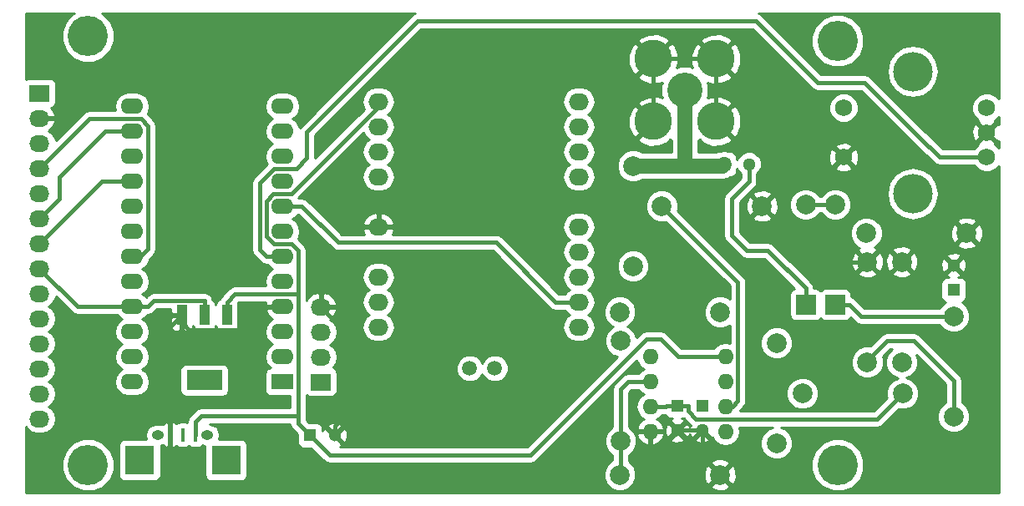
<source format=gbr>
G04 #@! TF.FileFunction,Copper,L2,Bot,Signal*
%FSLAX46Y46*%
G04 Gerber Fmt 4.6, Leading zero omitted, Abs format (unit mm)*
G04 Created by KiCad (PCBNEW 4.0.6) date 2017 May 09, Tuesday 22:38:20*
%MOMM*%
%LPD*%
G01*
G04 APERTURE LIST*
%ADD10C,0.100000*%
%ADD11R,2.999740X2.999740*%
%ADD12O,2.000000X1.720000*%
%ADD13R,0.400000X1.350000*%
%ADD14O,1.250000X0.950000*%
%ADD15O,1.000000X1.550000*%
%ADD16C,4.064000*%
%ADD17C,1.501140*%
%ADD18R,1.300000X1.300000*%
%ADD19C,1.300000*%
%ADD20C,1.998980*%
%ADD21R,1.998980X1.998980*%
%ADD22C,1.750000*%
%ADD23O,4.000000X4.000000*%
%ADD24O,1.600000X1.600000*%
%ADD25R,2.286000X1.574800*%
%ADD26O,2.286000X1.574800*%
%ADD27C,3.810000*%
%ADD28C,3.556000*%
%ADD29R,2.032000X1.727200*%
%ADD30O,2.032000X1.727200*%
%ADD31R,3.657600X2.032000*%
%ADD32R,1.016000X2.032000*%
%ADD33C,0.400000*%
%ADD34C,1.500000*%
%ADD35C,0.254000*%
G04 APERTURE END LIST*
D10*
D11*
X102250000Y-130000000D03*
D12*
X126440000Y-93660000D03*
X126440000Y-96200000D03*
X126440000Y-98740000D03*
X126440000Y-101280000D03*
X126440000Y-106360000D03*
X126440000Y-111440000D03*
X126440000Y-113980000D03*
X126440000Y-116520000D03*
X146760000Y-93660000D03*
X146760000Y-96200000D03*
X146760000Y-98740000D03*
X146760000Y-101280000D03*
X146760000Y-106360000D03*
X146760000Y-108900000D03*
X146760000Y-111440000D03*
X146760000Y-113980000D03*
X146760000Y-116520000D03*
D13*
X107900900Y-127437460D03*
X106600900Y-127437460D03*
X105300900Y-127437460D03*
D14*
X109100900Y-127437460D03*
X104100900Y-127437460D03*
D15*
X110100900Y-130137460D03*
X103100900Y-130137460D03*
D16*
X97000000Y-87000000D03*
X97000000Y-130500000D03*
X173000000Y-87500000D03*
X173000000Y-130500000D03*
D17*
X138240000Y-120700000D03*
X135700000Y-120700000D03*
D18*
X159250000Y-124500000D03*
D19*
X159250000Y-127000000D03*
D18*
X156750000Y-124500000D03*
D19*
X156750000Y-127000000D03*
D18*
X184750000Y-112750000D03*
D19*
X184750000Y-110250000D03*
D18*
X161500000Y-100000000D03*
D19*
X164000000Y-100000000D03*
D18*
X119500000Y-127500000D03*
D19*
X122000000Y-127500000D03*
D20*
X169747460Y-104090000D03*
D21*
X169747460Y-114250000D03*
D20*
X172747460Y-104090000D03*
D21*
X172747460Y-114250000D03*
D22*
X188100000Y-99300000D03*
X188100000Y-94300000D03*
X188100000Y-96800000D03*
X173600000Y-94300000D03*
X173600000Y-99300000D03*
D23*
X180600000Y-90600000D03*
X180600000Y-103000000D03*
D24*
X154000000Y-119500000D03*
X154000000Y-122040000D03*
X154000000Y-124580000D03*
X154000000Y-127120000D03*
X161620000Y-127120000D03*
X161620000Y-124580000D03*
X161620000Y-122040000D03*
X161620000Y-119500000D03*
D25*
X116710000Y-122070000D03*
D26*
X116710000Y-119530000D03*
X116710000Y-116990000D03*
X116710000Y-114450000D03*
X116710000Y-111910000D03*
X116710000Y-109370000D03*
X116710000Y-106830000D03*
X116710000Y-104290000D03*
X116710000Y-101750000D03*
X116710000Y-99210000D03*
X116710000Y-96670000D03*
X116710000Y-94130000D03*
X101470000Y-94130000D03*
X101470000Y-96670000D03*
X101470000Y-99210000D03*
X101470000Y-101750000D03*
X101470000Y-104290000D03*
X101470000Y-106830000D03*
X101470000Y-109370000D03*
X101470000Y-111910000D03*
X101470000Y-114450000D03*
X101470000Y-116990000D03*
X101470000Y-119530000D03*
X101470000Y-122070000D03*
D27*
X154325000Y-89325000D03*
D28*
X157500000Y-92500000D03*
D27*
X160675000Y-89325000D03*
X154325000Y-95675000D03*
X160675000Y-95675000D03*
D29*
X92100000Y-92800000D03*
D30*
X92100000Y-95340000D03*
X92100000Y-97880000D03*
X92100000Y-100420000D03*
X92100000Y-102960000D03*
X92100000Y-105500000D03*
X92100000Y-108040000D03*
X92100000Y-110580000D03*
X92100000Y-113120000D03*
X92100000Y-115660000D03*
X92100000Y-118200000D03*
X92100000Y-120740000D03*
X92100000Y-123280000D03*
X92100000Y-125820000D03*
D29*
X120600000Y-122100000D03*
D30*
X120600000Y-119560000D03*
X120600000Y-117020000D03*
X120600000Y-114480000D03*
D20*
X150920000Y-115000000D03*
X161080000Y-115000000D03*
X175920000Y-107000000D03*
X186080000Y-107000000D03*
X176000000Y-120080000D03*
X176000000Y-109920000D03*
X179500000Y-120080000D03*
X179500000Y-109920000D03*
X152250000Y-100170000D03*
X152250000Y-110330000D03*
X184750000Y-125580000D03*
X184750000Y-115420000D03*
X169420000Y-123250000D03*
X179580000Y-123250000D03*
X155170000Y-104250000D03*
X165330000Y-104250000D03*
X161080000Y-131500000D03*
X150920000Y-131500000D03*
X166800000Y-118120000D03*
X166800000Y-128280000D03*
X151000000Y-117920000D03*
X151000000Y-128080000D03*
D31*
X108800000Y-121902000D03*
D32*
X108800000Y-115298000D03*
X111086000Y-115298000D03*
X106514000Y-115298000D03*
D11*
X111000000Y-130000000D03*
D33*
X178000000Y-117900000D02*
X180700000Y-117900000D01*
X180700000Y-117900000D02*
X184750000Y-121950000D01*
X184750000Y-121950000D02*
X184750000Y-125580000D01*
X176000000Y-119900000D02*
X178000000Y-117900000D01*
X176000000Y-120080000D02*
X176000000Y-119900000D01*
X157850300Y-125050200D02*
X157850300Y-124500000D01*
X158650100Y-125850000D02*
X157850300Y-125050200D01*
X176980000Y-125850000D02*
X158650100Y-125850000D01*
X179580000Y-123250000D02*
X176980000Y-125850000D01*
X156750000Y-124500000D02*
X157850300Y-124500000D01*
X155569700Y-124580000D02*
X155649700Y-124500000D01*
X154000000Y-124580000D02*
X155569700Y-124580000D01*
X156750000Y-124500000D02*
X155649700Y-124500000D01*
X106514000Y-115298000D02*
X106514000Y-116031100D01*
X171000000Y-109920000D02*
X176000000Y-109920000D01*
X165330000Y-104250000D02*
X171000000Y-109920000D01*
X156750000Y-127000000D02*
X159250000Y-127000000D01*
X107247300Y-116764400D02*
X114395600Y-116764400D01*
X106514000Y-116031100D02*
X107247300Y-116764400D01*
X105300900Y-116511100D02*
X106514000Y-115298000D01*
X105300900Y-127437460D02*
X105300900Y-116511100D01*
X122000000Y-126500000D02*
X122500000Y-126000000D01*
X122500000Y-126000000D02*
X122500000Y-116380000D01*
X122500000Y-116380000D02*
X120600000Y-114480000D01*
X122000000Y-127500000D02*
X122000000Y-126500000D01*
X154325000Y-95675000D02*
X153325000Y-95675000D01*
X160675000Y-89325000D02*
X160675000Y-95675000D01*
X154325000Y-89325000D02*
X160675000Y-89325000D01*
X154325000Y-95675000D02*
X154325000Y-89325000D01*
X159250000Y-129670000D02*
X161080000Y-131500000D01*
X159250000Y-127000000D02*
X159250000Y-129670000D01*
X115250000Y-114450000D02*
X114395600Y-115304400D01*
X114395600Y-115304400D02*
X114395600Y-116764400D01*
X116710000Y-114450000D02*
X115250000Y-114450000D01*
X175367300Y-115420000D02*
X184750000Y-115420000D01*
X174197300Y-114250000D02*
X175367300Y-115420000D01*
X172747500Y-114250000D02*
X174197300Y-114250000D01*
D34*
X161330000Y-100170000D02*
X161500000Y-100000000D01*
X157500000Y-100170000D02*
X161330000Y-100170000D01*
X152250000Y-100170000D02*
X157500000Y-100170000D01*
X157500000Y-100170000D02*
X157500000Y-92500000D01*
D33*
X111086000Y-115298000D02*
X111086000Y-113994300D01*
X111900300Y-113180000D02*
X118303400Y-113180000D01*
X111086000Y-113994300D02*
X111900300Y-113180000D01*
X126440000Y-94174300D02*
X126440000Y-93660000D01*
X117594300Y-103020000D02*
X126440000Y-94174300D01*
X115813500Y-103020000D02*
X117594300Y-103020000D01*
X115056300Y-103777200D02*
X115813500Y-103020000D01*
X115056300Y-107310100D02*
X115056300Y-103777200D01*
X115846200Y-108100000D02*
X115056300Y-107310100D01*
X117612400Y-108100000D02*
X115846200Y-108100000D01*
X118303400Y-108791000D02*
X117612400Y-108100000D01*
X118303400Y-113180000D02*
X118303400Y-108791000D01*
X118303400Y-126303400D02*
X119500000Y-127500000D01*
X118303400Y-113180000D02*
X118303400Y-125203100D01*
X118303400Y-125500000D02*
X118303400Y-126303400D01*
X118303400Y-125203100D02*
X118303400Y-125500000D01*
X107900900Y-126099100D02*
X108500000Y-125500000D01*
X108500000Y-125500000D02*
X118303400Y-125500000D01*
X107900900Y-127437460D02*
X107900900Y-126099100D01*
X156850000Y-119500000D02*
X155050000Y-117700000D01*
X155050000Y-117700000D02*
X153650000Y-117700000D01*
X153650000Y-117700000D02*
X141850000Y-129500000D01*
X141850000Y-129500000D02*
X121500000Y-129500000D01*
X121500000Y-129500000D02*
X119500000Y-127500000D01*
X161620000Y-119500000D02*
X156850000Y-119500000D01*
X172747500Y-104090000D02*
X169747500Y-104090000D01*
X130430400Y-85469600D02*
X119200000Y-96700000D01*
X119200000Y-96700000D02*
X119200000Y-99400000D01*
X119200000Y-99400000D02*
X118120000Y-100480000D01*
X118120000Y-100480000D02*
X117642800Y-100480000D01*
X183300000Y-99300000D02*
X188100000Y-99300000D01*
X115116700Y-109370000D02*
X114387300Y-108640600D01*
X114387300Y-108640600D02*
X114387300Y-101935300D01*
X114387300Y-101935300D02*
X115842600Y-100480000D01*
X115842600Y-100480000D02*
X117642800Y-100480000D01*
X132653200Y-85469600D02*
X164719600Y-85469600D01*
X116710000Y-109370000D02*
X115116700Y-109370000D01*
X181250000Y-97250000D02*
X175750000Y-91750000D01*
X175750000Y-91750000D02*
X171000000Y-91750000D01*
X171000000Y-91750000D02*
X164719600Y-85469600D01*
X183300000Y-99300000D02*
X181250000Y-97250000D01*
X132653200Y-85469600D02*
X130430400Y-85469600D01*
X162885700Y-111965700D02*
X162885700Y-122582100D01*
X155170000Y-104250000D02*
X162885700Y-111965700D01*
X162885700Y-124014300D02*
X162885700Y-122582100D01*
X162320000Y-124580000D02*
X162885700Y-124014300D01*
X161620000Y-124580000D02*
X162320000Y-124580000D01*
X151000000Y-131420000D02*
X150920000Y-131500000D01*
X151000000Y-128080000D02*
X151000000Y-131420000D01*
X151000000Y-122800000D02*
X151760000Y-122040000D01*
X151760000Y-122040000D02*
X154000000Y-122040000D01*
X151000000Y-128080000D02*
X151000000Y-122800000D01*
X116710000Y-104290000D02*
X116710000Y-104736900D01*
X116710000Y-104736900D02*
X117156900Y-104736900D01*
X118690000Y-104290000D02*
X122350000Y-107950000D01*
X122350000Y-107950000D02*
X138350000Y-107950000D01*
X138350000Y-107950000D02*
X144380000Y-113980000D01*
X144380000Y-113980000D02*
X146760000Y-113980000D01*
X116710000Y-104290000D02*
X118690000Y-104290000D01*
X98730000Y-96670000D02*
X94100000Y-101300000D01*
X94100000Y-101300000D02*
X94100000Y-103500000D01*
X94100000Y-103500000D02*
X92100000Y-105500000D01*
X101470000Y-96670000D02*
X98730000Y-96670000D01*
X98390000Y-101750000D02*
X101470000Y-101750000D01*
X92100000Y-108040000D02*
X98390000Y-101750000D01*
X103097600Y-96124800D02*
X103097600Y-107373200D01*
X102372800Y-95400000D02*
X103097600Y-96124800D01*
X97120000Y-95400000D02*
X102372800Y-95400000D01*
X92100000Y-100420000D02*
X97120000Y-95400000D01*
X103097600Y-108602400D02*
X103097600Y-107373200D01*
X102330000Y-109370000D02*
X103097600Y-108602400D01*
X101470000Y-109370000D02*
X102330000Y-109370000D01*
X103681600Y-113831700D02*
X108800000Y-113831700D01*
X103063300Y-114450000D02*
X103681600Y-113831700D01*
X108800000Y-115298000D02*
X108800000Y-113831700D01*
X101917000Y-114450000D02*
X103063300Y-114450000D01*
X101917000Y-114450000D02*
X101470000Y-114450000D01*
X95970000Y-114450000D02*
X92100000Y-110580000D01*
X101470000Y-114450000D02*
X95970000Y-114450000D01*
X163750000Y-108750000D02*
X162250000Y-107250000D01*
X162250000Y-107250000D02*
X162250000Y-103500000D01*
X162250000Y-103500000D02*
X164000000Y-101750000D01*
X164000000Y-101750000D02*
X164000000Y-100000000D01*
X169747500Y-114250000D02*
X169747500Y-112589800D01*
X169747500Y-112589800D02*
X165907700Y-108750000D01*
X165907700Y-108750000D02*
X164752800Y-108750000D01*
X164752800Y-108750000D02*
X163750000Y-108750000D01*
D35*
G36*
X170409566Y-92340434D02*
X170680459Y-92521439D01*
X171000000Y-92585000D01*
X175404132Y-92585000D01*
X182709566Y-99890434D01*
X182980459Y-100071439D01*
X183300000Y-100135000D01*
X186811193Y-100135000D01*
X186819138Y-100154229D01*
X187243537Y-100579370D01*
X187798325Y-100809738D01*
X188399040Y-100810262D01*
X188954229Y-100580862D01*
X189315000Y-100220721D01*
X189315000Y-133315000D01*
X90685000Y-133315000D01*
X90685000Y-131028172D01*
X94332538Y-131028172D01*
X94737709Y-132008761D01*
X95487293Y-132759655D01*
X96467173Y-133166536D01*
X97528172Y-133167462D01*
X98508761Y-132762291D01*
X99259655Y-132012707D01*
X99666536Y-131032827D01*
X99667462Y-129971828D01*
X99262291Y-128991239D01*
X98772039Y-128500130D01*
X100102690Y-128500130D01*
X100102690Y-131499870D01*
X100146968Y-131735187D01*
X100286040Y-131951311D01*
X100498240Y-132096301D01*
X100750130Y-132147310D01*
X103749870Y-132147310D01*
X103985187Y-132103032D01*
X104201311Y-131963960D01*
X104346301Y-131751760D01*
X104397310Y-131499870D01*
X104397310Y-128523247D01*
X104577767Y-128487352D01*
X104741201Y-128650787D01*
X104974590Y-128747460D01*
X105042150Y-128747460D01*
X105200900Y-128588710D01*
X105200900Y-128012186D01*
X105301091Y-127862239D01*
X105385585Y-127437460D01*
X105301091Y-127012681D01*
X105200900Y-126862734D01*
X105200900Y-126286210D01*
X105042150Y-126127460D01*
X104974590Y-126127460D01*
X104741201Y-126224133D01*
X104577767Y-126387568D01*
X104275585Y-126327460D01*
X103926215Y-126327460D01*
X103501436Y-126411954D01*
X103141326Y-126652571D01*
X102900709Y-127012681D01*
X102816215Y-127437460D01*
X102898810Y-127852690D01*
X100750130Y-127852690D01*
X100514813Y-127896968D01*
X100298689Y-128036040D01*
X100153699Y-128248240D01*
X100102690Y-128500130D01*
X98772039Y-128500130D01*
X98512707Y-128240345D01*
X97532827Y-127833464D01*
X96471828Y-127832538D01*
X95491239Y-128237709D01*
X94740345Y-128987293D01*
X94333464Y-129967173D01*
X94332538Y-131028172D01*
X90685000Y-131028172D01*
X90685000Y-126624372D01*
X90855585Y-126879670D01*
X91341766Y-127204526D01*
X91915255Y-127318600D01*
X92284745Y-127318600D01*
X92858234Y-127204526D01*
X93344415Y-126879670D01*
X93669271Y-126393489D01*
X93783345Y-125820000D01*
X93669271Y-125246511D01*
X93344415Y-124760330D01*
X93029634Y-124550000D01*
X93344415Y-124339670D01*
X93669271Y-123853489D01*
X93783345Y-123280000D01*
X93669271Y-122706511D01*
X93344415Y-122220330D01*
X93029634Y-122010000D01*
X93344415Y-121799670D01*
X93669271Y-121313489D01*
X93783345Y-120740000D01*
X93669271Y-120166511D01*
X93344415Y-119680330D01*
X93029634Y-119470000D01*
X93344415Y-119259670D01*
X93669271Y-118773489D01*
X93783345Y-118200000D01*
X93669271Y-117626511D01*
X93344415Y-117140330D01*
X93029634Y-116930000D01*
X93344415Y-116719670D01*
X93669271Y-116233489D01*
X93783345Y-115660000D01*
X93669271Y-115086511D01*
X93344415Y-114600330D01*
X93029634Y-114390000D01*
X93344415Y-114179670D01*
X93669271Y-113693489D01*
X93729555Y-113390423D01*
X95379565Y-115040434D01*
X95469401Y-115100460D01*
X95650459Y-115221439D01*
X95970000Y-115285000D01*
X99959661Y-115285000D01*
X100073778Y-115455789D01*
X100469199Y-115720000D01*
X100073778Y-115984211D01*
X99765441Y-116445671D01*
X99657167Y-116990000D01*
X99765441Y-117534329D01*
X100073778Y-117995789D01*
X100469199Y-118260000D01*
X100073778Y-118524211D01*
X99765441Y-118985671D01*
X99657167Y-119530000D01*
X99765441Y-120074329D01*
X100073778Y-120535789D01*
X100469199Y-120800000D01*
X100073778Y-121064211D01*
X99765441Y-121525671D01*
X99657167Y-122070000D01*
X99765441Y-122614329D01*
X100073778Y-123075789D01*
X100535238Y-123384126D01*
X101079567Y-123492400D01*
X101860433Y-123492400D01*
X102404762Y-123384126D01*
X102866222Y-123075789D01*
X103174559Y-122614329D01*
X103282833Y-122070000D01*
X103174559Y-121525671D01*
X102866222Y-121064211D01*
X102599510Y-120886000D01*
X106323760Y-120886000D01*
X106323760Y-122918000D01*
X106368038Y-123153317D01*
X106507110Y-123369441D01*
X106719310Y-123514431D01*
X106971200Y-123565440D01*
X110628800Y-123565440D01*
X110864117Y-123521162D01*
X111080241Y-123382090D01*
X111225231Y-123169890D01*
X111276240Y-122918000D01*
X111276240Y-120886000D01*
X111231962Y-120650683D01*
X111092890Y-120434559D01*
X110880690Y-120289569D01*
X110628800Y-120238560D01*
X106971200Y-120238560D01*
X106735883Y-120282838D01*
X106519759Y-120421910D01*
X106374769Y-120634110D01*
X106323760Y-120886000D01*
X102599510Y-120886000D01*
X102470801Y-120800000D01*
X102866222Y-120535789D01*
X103174559Y-120074329D01*
X103282833Y-119530000D01*
X103174559Y-118985671D01*
X102866222Y-118524211D01*
X102470801Y-118260000D01*
X102866222Y-117995789D01*
X103174559Y-117534329D01*
X103282833Y-116990000D01*
X103174559Y-116445671D01*
X102866222Y-115984211D01*
X102470801Y-115720000D01*
X102674714Y-115583750D01*
X105371000Y-115583750D01*
X105371000Y-116440310D01*
X105467673Y-116673699D01*
X105646302Y-116852327D01*
X105879691Y-116949000D01*
X106228250Y-116949000D01*
X106387000Y-116790250D01*
X106387000Y-115425000D01*
X105529750Y-115425000D01*
X105371000Y-115583750D01*
X102674714Y-115583750D01*
X102866222Y-115455789D01*
X102980339Y-115285000D01*
X103063300Y-115285000D01*
X103382841Y-115221439D01*
X103653734Y-115040434D01*
X104027468Y-114666700D01*
X105371000Y-114666700D01*
X105371000Y-115012250D01*
X105529750Y-115171000D01*
X106387000Y-115171000D01*
X106387000Y-115151000D01*
X106641000Y-115151000D01*
X106641000Y-115171000D01*
X106661000Y-115171000D01*
X106661000Y-115425000D01*
X106641000Y-115425000D01*
X106641000Y-116790250D01*
X106799750Y-116949000D01*
X107148309Y-116949000D01*
X107381698Y-116852327D01*
X107560327Y-116673699D01*
X107657000Y-116440310D01*
X107657000Y-116380113D01*
X107688838Y-116549317D01*
X107827910Y-116765441D01*
X108040110Y-116910431D01*
X108292000Y-116961440D01*
X109308000Y-116961440D01*
X109543317Y-116917162D01*
X109759441Y-116778090D01*
X109904431Y-116565890D01*
X109942543Y-116377686D01*
X109974838Y-116549317D01*
X110113910Y-116765441D01*
X110326110Y-116910431D01*
X110578000Y-116961440D01*
X111594000Y-116961440D01*
X111829317Y-116917162D01*
X112045441Y-116778090D01*
X112190431Y-116565890D01*
X112241440Y-116314000D01*
X112241440Y-114282000D01*
X112199905Y-114061263D01*
X112246168Y-114015000D01*
X114996046Y-114015000D01*
X114991673Y-114023004D01*
X114974990Y-114102940D01*
X115097148Y-114323000D01*
X116583000Y-114323000D01*
X116583000Y-114303000D01*
X116837000Y-114303000D01*
X116837000Y-114323000D01*
X116857000Y-114323000D01*
X116857000Y-114577000D01*
X116837000Y-114577000D01*
X116837000Y-114597000D01*
X116583000Y-114597000D01*
X116583000Y-114577000D01*
X115097148Y-114577000D01*
X114974990Y-114797060D01*
X114991673Y-114876996D01*
X115258809Y-115365986D01*
X115692738Y-115715525D01*
X115708830Y-115720246D01*
X115313778Y-115984211D01*
X115005441Y-116445671D01*
X114897167Y-116990000D01*
X115005441Y-117534329D01*
X115313778Y-117995789D01*
X115709199Y-118260000D01*
X115313778Y-118524211D01*
X115005441Y-118985671D01*
X114897167Y-119530000D01*
X115005441Y-120074329D01*
X115313778Y-120535789D01*
X115485460Y-120650503D01*
X115331683Y-120679438D01*
X115115559Y-120818510D01*
X114970569Y-121030710D01*
X114919560Y-121282600D01*
X114919560Y-122857400D01*
X114963838Y-123092717D01*
X115102910Y-123308841D01*
X115315110Y-123453831D01*
X115567000Y-123504840D01*
X117468400Y-123504840D01*
X117468400Y-124665000D01*
X108500000Y-124665000D01*
X108180459Y-124728561D01*
X107909566Y-124909566D01*
X107310466Y-125508666D01*
X107129461Y-125779559D01*
X107065900Y-126099100D01*
X107065900Y-126174987D01*
X107052790Y-126166029D01*
X106800900Y-126115020D01*
X106400900Y-126115020D01*
X106165583Y-126159298D01*
X105949459Y-126298370D01*
X105943523Y-126307058D01*
X105860599Y-126224133D01*
X105627210Y-126127460D01*
X105559650Y-126127460D01*
X105400900Y-126286210D01*
X105400900Y-127310460D01*
X105447900Y-127310460D01*
X105447900Y-127564460D01*
X105400900Y-127564460D01*
X105400900Y-128588710D01*
X105559650Y-128747460D01*
X105627210Y-128747460D01*
X105860599Y-128650787D01*
X105943152Y-128568234D01*
X106149010Y-128708891D01*
X106400900Y-128759900D01*
X106800900Y-128759900D01*
X107036217Y-128715622D01*
X107252341Y-128576550D01*
X107253290Y-128575161D01*
X107449010Y-128708891D01*
X107700900Y-128759900D01*
X108100900Y-128759900D01*
X108336217Y-128715622D01*
X108552341Y-128576550D01*
X108614573Y-128485470D01*
X108852690Y-128532835D01*
X108852690Y-131499870D01*
X108896968Y-131735187D01*
X109036040Y-131951311D01*
X109248240Y-132096301D01*
X109500130Y-132147310D01*
X112499870Y-132147310D01*
X112735187Y-132103032D01*
X112951311Y-131963960D01*
X113096301Y-131751760D01*
X113147310Y-131499870D01*
X113147310Y-128500130D01*
X113103032Y-128264813D01*
X112963960Y-128048689D01*
X112751760Y-127903699D01*
X112499870Y-127852690D01*
X110302990Y-127852690D01*
X110385585Y-127437460D01*
X110301091Y-127012681D01*
X110060474Y-126652571D01*
X109700364Y-126411954D01*
X109313491Y-126335000D01*
X117474686Y-126335000D01*
X117531961Y-126622941D01*
X117602534Y-126728561D01*
X117712966Y-126893834D01*
X118202560Y-127383428D01*
X118202560Y-128150000D01*
X118246838Y-128385317D01*
X118385910Y-128601441D01*
X118598110Y-128746431D01*
X118850000Y-128797440D01*
X119616572Y-128797440D01*
X120909566Y-130090434D01*
X121180459Y-130271439D01*
X121500000Y-130335000D01*
X141850000Y-130335000D01*
X142169541Y-130271439D01*
X142440434Y-130090434D01*
X152618844Y-119912024D01*
X152646120Y-120049151D01*
X152957189Y-120514698D01*
X153339275Y-120770000D01*
X152957189Y-121025302D01*
X152837118Y-121205000D01*
X151760000Y-121205000D01*
X151440459Y-121268561D01*
X151169566Y-121449566D01*
X150409566Y-122209566D01*
X150228561Y-122480459D01*
X150165000Y-122800000D01*
X150165000Y-126656493D01*
X150075345Y-126693538D01*
X149615154Y-127152927D01*
X149365794Y-127753453D01*
X149365226Y-128403694D01*
X149613538Y-129004655D01*
X150072927Y-129464846D01*
X150165000Y-129503078D01*
X150165000Y-130043438D01*
X149995345Y-130113538D01*
X149535154Y-130572927D01*
X149285794Y-131173453D01*
X149285226Y-131823694D01*
X149533538Y-132424655D01*
X149992927Y-132884846D01*
X150593453Y-133134206D01*
X151243694Y-133134774D01*
X151844655Y-132886462D01*
X152079363Y-132652163D01*
X160107443Y-132652163D01*
X160206042Y-132918965D01*
X160815582Y-133145401D01*
X161465377Y-133121341D01*
X161953958Y-132918965D01*
X162052557Y-132652163D01*
X161080000Y-131679605D01*
X160107443Y-132652163D01*
X152079363Y-132652163D01*
X152304846Y-132427073D01*
X152554206Y-131826547D01*
X152554722Y-131235582D01*
X159434599Y-131235582D01*
X159458659Y-131885377D01*
X159661035Y-132373958D01*
X159927837Y-132472557D01*
X160900395Y-131500000D01*
X161259605Y-131500000D01*
X162232163Y-132472557D01*
X162498965Y-132373958D01*
X162725401Y-131764418D01*
X162701341Y-131114623D01*
X162665532Y-131028172D01*
X170332538Y-131028172D01*
X170737709Y-132008761D01*
X171487293Y-132759655D01*
X172467173Y-133166536D01*
X173528172Y-133167462D01*
X174508761Y-132762291D01*
X175259655Y-132012707D01*
X175666536Y-131032827D01*
X175667462Y-129971828D01*
X175262291Y-128991239D01*
X174512707Y-128240345D01*
X173532827Y-127833464D01*
X172471828Y-127832538D01*
X171491239Y-128237709D01*
X170740345Y-128987293D01*
X170333464Y-129967173D01*
X170332538Y-131028172D01*
X162665532Y-131028172D01*
X162498965Y-130626042D01*
X162232163Y-130527443D01*
X161259605Y-131500000D01*
X160900395Y-131500000D01*
X159927837Y-130527443D01*
X159661035Y-130626042D01*
X159434599Y-131235582D01*
X152554722Y-131235582D01*
X152554774Y-131176306D01*
X152306462Y-130575345D01*
X152079351Y-130347837D01*
X160107443Y-130347837D01*
X161080000Y-131320395D01*
X162052557Y-130347837D01*
X161953958Y-130081035D01*
X161344418Y-129854599D01*
X160694623Y-129878659D01*
X160206042Y-130081035D01*
X160107443Y-130347837D01*
X152079351Y-130347837D01*
X151847073Y-130115154D01*
X151835000Y-130110141D01*
X151835000Y-129503507D01*
X151924655Y-129466462D01*
X152384846Y-129007073D01*
X152634206Y-128406547D01*
X152634774Y-127756306D01*
X152516078Y-127469039D01*
X152608096Y-127469039D01*
X152768959Y-127857423D01*
X153144866Y-128272389D01*
X153650959Y-128511914D01*
X153873000Y-128390629D01*
X153873000Y-127247000D01*
X154127000Y-127247000D01*
X154127000Y-128390629D01*
X154349041Y-128511914D01*
X154855134Y-128272389D01*
X155193362Y-127899016D01*
X156030590Y-127899016D01*
X156086271Y-128129611D01*
X156569078Y-128297622D01*
X157079428Y-128268083D01*
X157413729Y-128129611D01*
X157469410Y-127899016D01*
X158530590Y-127899016D01*
X158586271Y-128129611D01*
X159069078Y-128297622D01*
X159579428Y-128268083D01*
X159913729Y-128129611D01*
X159969410Y-127899016D01*
X159250000Y-127179605D01*
X158530590Y-127899016D01*
X157469410Y-127899016D01*
X156750000Y-127179605D01*
X156030590Y-127899016D01*
X155193362Y-127899016D01*
X155231041Y-127857423D01*
X155391904Y-127469039D01*
X155269915Y-127247000D01*
X154127000Y-127247000D01*
X153873000Y-127247000D01*
X152730085Y-127247000D01*
X152608096Y-127469039D01*
X152516078Y-127469039D01*
X152386462Y-127155345D01*
X151927073Y-126695154D01*
X151835000Y-126656922D01*
X151835000Y-123145868D01*
X152105868Y-122875000D01*
X152837118Y-122875000D01*
X152957189Y-123054698D01*
X153339275Y-123310000D01*
X152957189Y-123565302D01*
X152646120Y-124030849D01*
X152536887Y-124580000D01*
X152646120Y-125129151D01*
X152957189Y-125594698D01*
X153361703Y-125864986D01*
X153144866Y-125967611D01*
X152768959Y-126382577D01*
X152608096Y-126770961D01*
X152730085Y-126993000D01*
X153873000Y-126993000D01*
X153873000Y-126973000D01*
X154127000Y-126973000D01*
X154127000Y-126993000D01*
X155269915Y-126993000D01*
X155365468Y-126819078D01*
X155452378Y-126819078D01*
X155481917Y-127329428D01*
X155620389Y-127663729D01*
X155850984Y-127719410D01*
X156570395Y-127000000D01*
X155850984Y-126280590D01*
X155620389Y-126336271D01*
X155452378Y-126819078D01*
X155365468Y-126819078D01*
X155391904Y-126770961D01*
X155231041Y-126382577D01*
X154855134Y-125967611D01*
X154638297Y-125864986D01*
X155042811Y-125594698D01*
X155162882Y-125415000D01*
X155515938Y-125415000D01*
X155635910Y-125601441D01*
X155848110Y-125746431D01*
X156100000Y-125797440D01*
X156262385Y-125797440D01*
X156086271Y-125870389D01*
X156030590Y-126100984D01*
X156750000Y-126820395D01*
X157469410Y-126100984D01*
X157413729Y-125870389D01*
X157204098Y-125797440D01*
X157400000Y-125797440D01*
X157414032Y-125794800D01*
X158059666Y-126440434D01*
X158079524Y-126453703D01*
X158010460Y-126652169D01*
X157879611Y-126336271D01*
X157649016Y-126280590D01*
X156929605Y-127000000D01*
X157649016Y-127719410D01*
X157879611Y-127663729D01*
X157989540Y-127347831D01*
X158120389Y-127663729D01*
X158350984Y-127719410D01*
X159070395Y-127000000D01*
X159056253Y-126985858D01*
X159235858Y-126806253D01*
X159250000Y-126820395D01*
X159264143Y-126806253D01*
X159443748Y-126985858D01*
X159429605Y-127000000D01*
X160149016Y-127719410D01*
X160278768Y-127688079D01*
X160577189Y-128134698D01*
X161042736Y-128445767D01*
X161591887Y-128555000D01*
X161648113Y-128555000D01*
X162197264Y-128445767D01*
X162662811Y-128134698D01*
X162973880Y-127669151D01*
X163083113Y-127120000D01*
X162996586Y-126685000D01*
X166380046Y-126685000D01*
X165875345Y-126893538D01*
X165415154Y-127352927D01*
X165165794Y-127953453D01*
X165165226Y-128603694D01*
X165413538Y-129204655D01*
X165872927Y-129664846D01*
X166473453Y-129914206D01*
X167123694Y-129914774D01*
X167724655Y-129666462D01*
X168184846Y-129207073D01*
X168434206Y-128606547D01*
X168434774Y-127956306D01*
X168186462Y-127355345D01*
X167727073Y-126895154D01*
X167220966Y-126685000D01*
X176980000Y-126685000D01*
X177299541Y-126621439D01*
X177570434Y-126440434D01*
X179163863Y-124847005D01*
X179253453Y-124884206D01*
X179903694Y-124884774D01*
X180504655Y-124636462D01*
X180964846Y-124177073D01*
X181214206Y-123576547D01*
X181214774Y-122926306D01*
X180966462Y-122325345D01*
X180507073Y-121865154D01*
X179984702Y-121648247D01*
X180424655Y-121466462D01*
X180884846Y-121007073D01*
X181134206Y-120406547D01*
X181134774Y-119756306D01*
X180965314Y-119346182D01*
X183915000Y-122295868D01*
X183915000Y-124156493D01*
X183825345Y-124193538D01*
X183365154Y-124652927D01*
X183115794Y-125253453D01*
X183115226Y-125903694D01*
X183363538Y-126504655D01*
X183822927Y-126964846D01*
X184423453Y-127214206D01*
X185073694Y-127214774D01*
X185674655Y-126966462D01*
X186134846Y-126507073D01*
X186384206Y-125906547D01*
X186384774Y-125256306D01*
X186136462Y-124655345D01*
X185677073Y-124195154D01*
X185585000Y-124156922D01*
X185585000Y-121950000D01*
X185521439Y-121630459D01*
X185340434Y-121359566D01*
X181290434Y-117309566D01*
X181115871Y-117192927D01*
X181019541Y-117128561D01*
X180700000Y-117065000D01*
X178000000Y-117065000D01*
X177680459Y-117128561D01*
X177584129Y-117192927D01*
X177409566Y-117309566D01*
X176273384Y-118445748D01*
X175676306Y-118445226D01*
X175075345Y-118693538D01*
X174615154Y-119152927D01*
X174365794Y-119753453D01*
X174365226Y-120403694D01*
X174613538Y-121004655D01*
X175072927Y-121464846D01*
X175673453Y-121714206D01*
X176323694Y-121714774D01*
X176924655Y-121466462D01*
X177384846Y-121007073D01*
X177634206Y-120406547D01*
X177634774Y-119756306D01*
X177544074Y-119536794D01*
X178345868Y-118735000D01*
X178533811Y-118735000D01*
X178115154Y-119152927D01*
X177865794Y-119753453D01*
X177865226Y-120403694D01*
X178113538Y-121004655D01*
X178572927Y-121464846D01*
X179095298Y-121681753D01*
X178655345Y-121863538D01*
X178195154Y-122322927D01*
X177945794Y-122923453D01*
X177945226Y-123573694D01*
X177983298Y-123665834D01*
X176634132Y-125015000D01*
X163065868Y-125015000D01*
X163476134Y-124604734D01*
X163657140Y-124333840D01*
X163720700Y-124014300D01*
X163720700Y-123573694D01*
X167785226Y-123573694D01*
X168033538Y-124174655D01*
X168492927Y-124634846D01*
X169093453Y-124884206D01*
X169743694Y-124884774D01*
X170344655Y-124636462D01*
X170804846Y-124177073D01*
X171054206Y-123576547D01*
X171054774Y-122926306D01*
X170806462Y-122325345D01*
X170347073Y-121865154D01*
X169746547Y-121615794D01*
X169096306Y-121615226D01*
X168495345Y-121863538D01*
X168035154Y-122322927D01*
X167785794Y-122923453D01*
X167785226Y-123573694D01*
X163720700Y-123573694D01*
X163720700Y-118443694D01*
X165165226Y-118443694D01*
X165413538Y-119044655D01*
X165872927Y-119504846D01*
X166473453Y-119754206D01*
X167123694Y-119754774D01*
X167724655Y-119506462D01*
X168184846Y-119047073D01*
X168434206Y-118446547D01*
X168434774Y-117796306D01*
X168186462Y-117195345D01*
X167727073Y-116735154D01*
X167126547Y-116485794D01*
X166476306Y-116485226D01*
X165875345Y-116733538D01*
X165415154Y-117192927D01*
X165165794Y-117793453D01*
X165165226Y-118443694D01*
X163720700Y-118443694D01*
X163720700Y-111965700D01*
X163709621Y-111910000D01*
X163657140Y-111646160D01*
X163476134Y-111375266D01*
X156767005Y-104666137D01*
X156804206Y-104576547D01*
X156804774Y-103926306D01*
X156556462Y-103325345D01*
X156097073Y-102865154D01*
X155496547Y-102615794D01*
X154846306Y-102615226D01*
X154245345Y-102863538D01*
X153785154Y-103322927D01*
X153535794Y-103923453D01*
X153535226Y-104573694D01*
X153783538Y-105174655D01*
X154242927Y-105634846D01*
X154843453Y-105884206D01*
X155493694Y-105884774D01*
X155585834Y-105846702D01*
X162050700Y-112311568D01*
X162050700Y-113658857D01*
X162007073Y-113615154D01*
X161406547Y-113365794D01*
X160756306Y-113365226D01*
X160155345Y-113613538D01*
X159695154Y-114072927D01*
X159445794Y-114673453D01*
X159445226Y-115323694D01*
X159693538Y-115924655D01*
X160152927Y-116384846D01*
X160753453Y-116634206D01*
X161403694Y-116634774D01*
X162004655Y-116386462D01*
X162050700Y-116340497D01*
X162050700Y-118145080D01*
X161648113Y-118065000D01*
X161591887Y-118065000D01*
X161042736Y-118174233D01*
X160577189Y-118485302D01*
X160457118Y-118665000D01*
X157195868Y-118665000D01*
X155640434Y-117109566D01*
X155557582Y-117054206D01*
X155369541Y-116928561D01*
X155050000Y-116865000D01*
X153650000Y-116865000D01*
X153330459Y-116928561D01*
X153142418Y-117054206D01*
X153059566Y-117109566D01*
X152616662Y-117552470D01*
X152386462Y-116995345D01*
X151927073Y-116535154D01*
X151706479Y-116443555D01*
X151844655Y-116386462D01*
X152304846Y-115927073D01*
X152554206Y-115326547D01*
X152554774Y-114676306D01*
X152306462Y-114075345D01*
X151847073Y-113615154D01*
X151246547Y-113365794D01*
X150596306Y-113365226D01*
X149995345Y-113613538D01*
X149535154Y-114072927D01*
X149285794Y-114673453D01*
X149285226Y-115323694D01*
X149533538Y-115924655D01*
X149992927Y-116384846D01*
X150213521Y-116476445D01*
X150075345Y-116533538D01*
X149615154Y-116992927D01*
X149365794Y-117593453D01*
X149365226Y-118243694D01*
X149613538Y-118844655D01*
X150072927Y-119304846D01*
X150632098Y-119537034D01*
X141504132Y-128665000D01*
X122578292Y-128665000D01*
X122663729Y-128629611D01*
X122719410Y-128399016D01*
X122000000Y-127679605D01*
X121985858Y-127693748D01*
X121806252Y-127514142D01*
X121820395Y-127500000D01*
X122179605Y-127500000D01*
X122899016Y-128219410D01*
X123129611Y-128163729D01*
X123297622Y-127680922D01*
X123268083Y-127170572D01*
X123129611Y-126836271D01*
X122899016Y-126780590D01*
X122179605Y-127500000D01*
X121820395Y-127500000D01*
X121100984Y-126780590D01*
X120870389Y-126836271D01*
X120797440Y-127045902D01*
X120797440Y-126850000D01*
X120753162Y-126614683D01*
X120744347Y-126600984D01*
X121280590Y-126600984D01*
X122000000Y-127320395D01*
X122719410Y-126600984D01*
X122663729Y-126370389D01*
X122180922Y-126202378D01*
X121670572Y-126231917D01*
X121336271Y-126370389D01*
X121280590Y-126600984D01*
X120744347Y-126600984D01*
X120614090Y-126398559D01*
X120401890Y-126253569D01*
X120150000Y-126202560D01*
X119383428Y-126202560D01*
X119138400Y-125957532D01*
X119138400Y-123427675D01*
X119332110Y-123560031D01*
X119584000Y-123611040D01*
X121616000Y-123611040D01*
X121851317Y-123566762D01*
X122067441Y-123427690D01*
X122212431Y-123215490D01*
X122263440Y-122963600D01*
X122263440Y-121236400D01*
X122219162Y-121001083D01*
X122201991Y-120974398D01*
X134314190Y-120974398D01*
X134524686Y-121483837D01*
X134914113Y-121873944D01*
X135423184Y-122085329D01*
X135974398Y-122085810D01*
X136483837Y-121875314D01*
X136873944Y-121485887D01*
X136969975Y-121254619D01*
X137064686Y-121483837D01*
X137454113Y-121873944D01*
X137963184Y-122085329D01*
X138514398Y-122085810D01*
X139023837Y-121875314D01*
X139413944Y-121485887D01*
X139625329Y-120976816D01*
X139625810Y-120425602D01*
X139415314Y-119916163D01*
X139025887Y-119526056D01*
X138516816Y-119314671D01*
X137965602Y-119314190D01*
X137456163Y-119524686D01*
X137066056Y-119914113D01*
X136970025Y-120145381D01*
X136875314Y-119916163D01*
X136485887Y-119526056D01*
X135976816Y-119314671D01*
X135425602Y-119314190D01*
X134916163Y-119524686D01*
X134526056Y-119914113D01*
X134314671Y-120423184D01*
X134314190Y-120974398D01*
X122201991Y-120974398D01*
X122080090Y-120784959D01*
X121867890Y-120639969D01*
X121826561Y-120631600D01*
X121844415Y-120619670D01*
X122169271Y-120133489D01*
X122283345Y-119560000D01*
X122169271Y-118986511D01*
X121844415Y-118500330D01*
X121529634Y-118290000D01*
X121844415Y-118079670D01*
X122169271Y-117593489D01*
X122283345Y-117020000D01*
X122169271Y-116446511D01*
X121844415Y-115960330D01*
X121534931Y-115753539D01*
X121950732Y-115382036D01*
X122204709Y-114854791D01*
X122207358Y-114839026D01*
X122086217Y-114607000D01*
X120727000Y-114607000D01*
X120727000Y-114627000D01*
X120473000Y-114627000D01*
X120473000Y-114607000D01*
X120453000Y-114607000D01*
X120453000Y-114353000D01*
X120473000Y-114353000D01*
X120473000Y-113139076D01*
X120727000Y-113139076D01*
X120727000Y-114353000D01*
X122086217Y-114353000D01*
X122207358Y-114120974D01*
X122204709Y-114105209D01*
X121950732Y-113577964D01*
X121514320Y-113188046D01*
X120961913Y-112994816D01*
X120727000Y-113139076D01*
X120473000Y-113139076D01*
X120238087Y-112994816D01*
X119685680Y-113188046D01*
X119249268Y-113577964D01*
X119138400Y-113808121D01*
X119138400Y-111440000D01*
X124772968Y-111440000D01*
X124886768Y-112012112D01*
X125210843Y-112497125D01*
X125529433Y-112710000D01*
X125210843Y-112922875D01*
X124886768Y-113407888D01*
X124772968Y-113980000D01*
X124886768Y-114552112D01*
X125210843Y-115037125D01*
X125529433Y-115250000D01*
X125210843Y-115462875D01*
X124886768Y-115947888D01*
X124772968Y-116520000D01*
X124886768Y-117092112D01*
X125210843Y-117577125D01*
X125695856Y-117901200D01*
X126267968Y-118015000D01*
X126612032Y-118015000D01*
X127184144Y-117901200D01*
X127669157Y-117577125D01*
X127993232Y-117092112D01*
X128107032Y-116520000D01*
X127993232Y-115947888D01*
X127669157Y-115462875D01*
X127350567Y-115250000D01*
X127669157Y-115037125D01*
X127993232Y-114552112D01*
X128107032Y-113980000D01*
X127993232Y-113407888D01*
X127669157Y-112922875D01*
X127350567Y-112710000D01*
X127669157Y-112497125D01*
X127993232Y-112012112D01*
X128107032Y-111440000D01*
X127993232Y-110867888D01*
X127669157Y-110382875D01*
X127184144Y-110058800D01*
X126612032Y-109945000D01*
X126267968Y-109945000D01*
X125695856Y-110058800D01*
X125210843Y-110382875D01*
X124886768Y-110867888D01*
X124772968Y-111440000D01*
X119138400Y-111440000D01*
X119138400Y-108791000D01*
X119124564Y-108721440D01*
X119074840Y-108471460D01*
X118893834Y-108200566D01*
X118275586Y-107582318D01*
X118414559Y-107374329D01*
X118522833Y-106830000D01*
X118414559Y-106285671D01*
X118106222Y-105824211D01*
X117710801Y-105560000D01*
X118106222Y-105295789D01*
X118220339Y-105125000D01*
X118344132Y-105125000D01*
X121759566Y-108540434D01*
X122030460Y-108721440D01*
X122350000Y-108785000D01*
X138004132Y-108785000D01*
X143789566Y-114570434D01*
X144060460Y-114751440D01*
X144380000Y-114815000D01*
X145382424Y-114815000D01*
X145530843Y-115037125D01*
X145849433Y-115250000D01*
X145530843Y-115462875D01*
X145206768Y-115947888D01*
X145092968Y-116520000D01*
X145206768Y-117092112D01*
X145530843Y-117577125D01*
X146015856Y-117901200D01*
X146587968Y-118015000D01*
X146932032Y-118015000D01*
X147504144Y-117901200D01*
X147989157Y-117577125D01*
X148313232Y-117092112D01*
X148427032Y-116520000D01*
X148313232Y-115947888D01*
X147989157Y-115462875D01*
X147670567Y-115250000D01*
X147989157Y-115037125D01*
X148313232Y-114552112D01*
X148427032Y-113980000D01*
X148313232Y-113407888D01*
X147989157Y-112922875D01*
X147670567Y-112710000D01*
X147989157Y-112497125D01*
X148313232Y-112012112D01*
X148427032Y-111440000D01*
X148313232Y-110867888D01*
X148170113Y-110653694D01*
X150615226Y-110653694D01*
X150863538Y-111254655D01*
X151322927Y-111714846D01*
X151923453Y-111964206D01*
X152573694Y-111964774D01*
X153174655Y-111716462D01*
X153634846Y-111257073D01*
X153884206Y-110656547D01*
X153884774Y-110006306D01*
X153636462Y-109405345D01*
X153177073Y-108945154D01*
X152576547Y-108695794D01*
X151926306Y-108695226D01*
X151325345Y-108943538D01*
X150865154Y-109402927D01*
X150615794Y-110003453D01*
X150615226Y-110653694D01*
X148170113Y-110653694D01*
X147989157Y-110382875D01*
X147670567Y-110170000D01*
X147989157Y-109957125D01*
X148313232Y-109472112D01*
X148427032Y-108900000D01*
X148313232Y-108327888D01*
X147989157Y-107842875D01*
X147670567Y-107630000D01*
X147989157Y-107417125D01*
X148313232Y-106932112D01*
X148427032Y-106360000D01*
X148313232Y-105787888D01*
X147989157Y-105302875D01*
X147504144Y-104978800D01*
X146932032Y-104865000D01*
X146587968Y-104865000D01*
X146015856Y-104978800D01*
X145530843Y-105302875D01*
X145206768Y-105787888D01*
X145092968Y-106360000D01*
X145206768Y-106932112D01*
X145530843Y-107417125D01*
X145849433Y-107630000D01*
X145530843Y-107842875D01*
X145206768Y-108327888D01*
X145092968Y-108900000D01*
X145206768Y-109472112D01*
X145530843Y-109957125D01*
X145849433Y-110170000D01*
X145530843Y-110382875D01*
X145206768Y-110867888D01*
X145092968Y-111440000D01*
X145206768Y-112012112D01*
X145530843Y-112497125D01*
X145849433Y-112710000D01*
X145530843Y-112922875D01*
X145382424Y-113145000D01*
X144725868Y-113145000D01*
X138940434Y-107359566D01*
X138894032Y-107328561D01*
X138669541Y-107178561D01*
X138350000Y-107115000D01*
X127845751Y-107115000D01*
X128031194Y-106721770D01*
X128031389Y-106718461D01*
X127910201Y-106487000D01*
X126567000Y-106487000D01*
X126567000Y-106507000D01*
X126313000Y-106507000D01*
X126313000Y-106487000D01*
X124969799Y-106487000D01*
X124848611Y-106718461D01*
X124848806Y-106721770D01*
X125034249Y-107115000D01*
X122695868Y-107115000D01*
X121582407Y-106001539D01*
X124848611Y-106001539D01*
X124969799Y-106233000D01*
X126313000Y-106233000D01*
X126313000Y-105023199D01*
X126567000Y-105023199D01*
X126567000Y-106233000D01*
X127910201Y-106233000D01*
X128031389Y-106001539D01*
X128031194Y-105998230D01*
X127782285Y-105470420D01*
X127350339Y-105078041D01*
X126801116Y-104880828D01*
X126567000Y-105023199D01*
X126313000Y-105023199D01*
X126078884Y-104880828D01*
X125529661Y-105078041D01*
X125097715Y-105470420D01*
X124848806Y-105998230D01*
X124848611Y-106001539D01*
X121582407Y-106001539D01*
X119280434Y-103699566D01*
X119220570Y-103659566D01*
X119009541Y-103518561D01*
X118690000Y-103455000D01*
X118340168Y-103455000D01*
X124941357Y-96853811D01*
X125210843Y-97257125D01*
X125529433Y-97470000D01*
X125210843Y-97682875D01*
X124886768Y-98167888D01*
X124772968Y-98740000D01*
X124886768Y-99312112D01*
X125210843Y-99797125D01*
X125529433Y-100010000D01*
X125210843Y-100222875D01*
X124886768Y-100707888D01*
X124772968Y-101280000D01*
X124886768Y-101852112D01*
X125210843Y-102337125D01*
X125695856Y-102661200D01*
X126267968Y-102775000D01*
X126612032Y-102775000D01*
X127184144Y-102661200D01*
X127669157Y-102337125D01*
X127993232Y-101852112D01*
X128107032Y-101280000D01*
X127993232Y-100707888D01*
X127669157Y-100222875D01*
X127350567Y-100010000D01*
X127669157Y-99797125D01*
X127993232Y-99312112D01*
X128107032Y-98740000D01*
X127993232Y-98167888D01*
X127669157Y-97682875D01*
X127350567Y-97470000D01*
X127669157Y-97257125D01*
X127993232Y-96772112D01*
X128107032Y-96200000D01*
X127993232Y-95627888D01*
X127669157Y-95142875D01*
X127350567Y-94930000D01*
X127669157Y-94717125D01*
X127993232Y-94232112D01*
X128107032Y-93660000D01*
X145092968Y-93660000D01*
X145206768Y-94232112D01*
X145530843Y-94717125D01*
X145849433Y-94930000D01*
X145530843Y-95142875D01*
X145206768Y-95627888D01*
X145092968Y-96200000D01*
X145206768Y-96772112D01*
X145530843Y-97257125D01*
X145849433Y-97470000D01*
X145530843Y-97682875D01*
X145206768Y-98167888D01*
X145092968Y-98740000D01*
X145206768Y-99312112D01*
X145530843Y-99797125D01*
X145849433Y-100010000D01*
X145530843Y-100222875D01*
X145206768Y-100707888D01*
X145092968Y-101280000D01*
X145206768Y-101852112D01*
X145530843Y-102337125D01*
X146015856Y-102661200D01*
X146587968Y-102775000D01*
X146932032Y-102775000D01*
X147504144Y-102661200D01*
X147989157Y-102337125D01*
X148313232Y-101852112D01*
X148427032Y-101280000D01*
X148313232Y-100707888D01*
X148170113Y-100493694D01*
X150615226Y-100493694D01*
X150863538Y-101094655D01*
X151322927Y-101554846D01*
X151923453Y-101804206D01*
X152573694Y-101804774D01*
X153174655Y-101556462D01*
X153176120Y-101555000D01*
X161330000Y-101555000D01*
X161860017Y-101449573D01*
X162087700Y-101297440D01*
X162150000Y-101297440D01*
X162385317Y-101253162D01*
X162601441Y-101114090D01*
X162746431Y-100901890D01*
X162797440Y-100650000D01*
X162797440Y-100454540D01*
X162909995Y-100726943D01*
X163165000Y-100982394D01*
X163165000Y-101404132D01*
X161659566Y-102909566D01*
X161478561Y-103180459D01*
X161415000Y-103500000D01*
X161415000Y-107250000D01*
X161478561Y-107569541D01*
X161579402Y-107720460D01*
X161659566Y-107840434D01*
X163159566Y-109340434D01*
X163430459Y-109521439D01*
X163750000Y-109585000D01*
X165561832Y-109585000D01*
X168606518Y-112629686D01*
X168512653Y-112647348D01*
X168296529Y-112786420D01*
X168151539Y-112998620D01*
X168100530Y-113250510D01*
X168100530Y-115249490D01*
X168144808Y-115484807D01*
X168283880Y-115700931D01*
X168496080Y-115845921D01*
X168747970Y-115896930D01*
X170746950Y-115896930D01*
X170982267Y-115852652D01*
X171198391Y-115713580D01*
X171246609Y-115643010D01*
X171283880Y-115700931D01*
X171496080Y-115845921D01*
X171747970Y-115896930D01*
X173746950Y-115896930D01*
X173982267Y-115852652D01*
X174198391Y-115713580D01*
X174312706Y-115546274D01*
X174776866Y-116010434D01*
X175047759Y-116191439D01*
X175367300Y-116255000D01*
X183326493Y-116255000D01*
X183363538Y-116344655D01*
X183822927Y-116804846D01*
X184423453Y-117054206D01*
X185073694Y-117054774D01*
X185674655Y-116806462D01*
X186134846Y-116347073D01*
X186384206Y-115746547D01*
X186384774Y-115096306D01*
X186136462Y-114495345D01*
X185677073Y-114035154D01*
X185611032Y-114007731D01*
X185635317Y-114003162D01*
X185851441Y-113864090D01*
X185996431Y-113651890D01*
X186047440Y-113400000D01*
X186047440Y-112100000D01*
X186003162Y-111864683D01*
X185864090Y-111648559D01*
X185651890Y-111503569D01*
X185400000Y-111452560D01*
X185237615Y-111452560D01*
X185413729Y-111379611D01*
X185469410Y-111149016D01*
X184750000Y-110429605D01*
X184030590Y-111149016D01*
X184086271Y-111379611D01*
X184295902Y-111452560D01*
X184100000Y-111452560D01*
X183864683Y-111496838D01*
X183648559Y-111635910D01*
X183503569Y-111848110D01*
X183452560Y-112100000D01*
X183452560Y-113400000D01*
X183496838Y-113635317D01*
X183635910Y-113851441D01*
X183848110Y-113996431D01*
X183893101Y-114005542D01*
X183825345Y-114033538D01*
X183365154Y-114492927D01*
X183326922Y-114585000D01*
X175713168Y-114585000D01*
X174787734Y-113659566D01*
X174567125Y-113512160D01*
X174516841Y-113478561D01*
X174394390Y-113454204D01*
X174394390Y-113250510D01*
X174350112Y-113015193D01*
X174211040Y-112799069D01*
X173998840Y-112654079D01*
X173746950Y-112603070D01*
X171747970Y-112603070D01*
X171512653Y-112647348D01*
X171296529Y-112786420D01*
X171248311Y-112856990D01*
X171211040Y-112799069D01*
X170998840Y-112654079D01*
X170746950Y-112603070D01*
X170582500Y-112603070D01*
X170582500Y-112589800D01*
X170518939Y-112270259D01*
X170337934Y-111999366D01*
X169410731Y-111072163D01*
X175027443Y-111072163D01*
X175126042Y-111338965D01*
X175735582Y-111565401D01*
X176385377Y-111541341D01*
X176873958Y-111338965D01*
X176972557Y-111072163D01*
X178527443Y-111072163D01*
X178626042Y-111338965D01*
X179235582Y-111565401D01*
X179885377Y-111541341D01*
X180373958Y-111338965D01*
X180472557Y-111072163D01*
X179500000Y-110099605D01*
X178527443Y-111072163D01*
X176972557Y-111072163D01*
X176000000Y-110099605D01*
X175027443Y-111072163D01*
X169410731Y-111072163D01*
X167994150Y-109655582D01*
X174354599Y-109655582D01*
X174378659Y-110305377D01*
X174581035Y-110793958D01*
X174847837Y-110892557D01*
X175820395Y-109920000D01*
X176179605Y-109920000D01*
X177152163Y-110892557D01*
X177418965Y-110793958D01*
X177645401Y-110184418D01*
X177625820Y-109655582D01*
X177854599Y-109655582D01*
X177878659Y-110305377D01*
X178081035Y-110793958D01*
X178347837Y-110892557D01*
X179320395Y-109920000D01*
X179679605Y-109920000D01*
X180652163Y-110892557D01*
X180918965Y-110793958D01*
X181145401Y-110184418D01*
X181141131Y-110069078D01*
X183452378Y-110069078D01*
X183481917Y-110579428D01*
X183620389Y-110913729D01*
X183850984Y-110969410D01*
X184570395Y-110250000D01*
X184929605Y-110250000D01*
X185649016Y-110969410D01*
X185879611Y-110913729D01*
X186047622Y-110430922D01*
X186018083Y-109920572D01*
X185879611Y-109586271D01*
X185649016Y-109530590D01*
X184929605Y-110250000D01*
X184570395Y-110250000D01*
X183850984Y-109530590D01*
X183620389Y-109586271D01*
X183452378Y-110069078D01*
X181141131Y-110069078D01*
X181121341Y-109534623D01*
X181045276Y-109350984D01*
X184030590Y-109350984D01*
X184750000Y-110070395D01*
X185469410Y-109350984D01*
X185413729Y-109120389D01*
X184930922Y-108952378D01*
X184420572Y-108981917D01*
X184086271Y-109120389D01*
X184030590Y-109350984D01*
X181045276Y-109350984D01*
X180918965Y-109046042D01*
X180652163Y-108947443D01*
X179679605Y-109920000D01*
X179320395Y-109920000D01*
X178347837Y-108947443D01*
X178081035Y-109046042D01*
X177854599Y-109655582D01*
X177625820Y-109655582D01*
X177621341Y-109534623D01*
X177418965Y-109046042D01*
X177152163Y-108947443D01*
X176179605Y-109920000D01*
X175820395Y-109920000D01*
X174847837Y-108947443D01*
X174581035Y-109046042D01*
X174354599Y-109655582D01*
X167994150Y-109655582D01*
X166498134Y-108159566D01*
X166381358Y-108081539D01*
X166227241Y-107978561D01*
X165907700Y-107915000D01*
X164095868Y-107915000D01*
X163504562Y-107323694D01*
X174285226Y-107323694D01*
X174533538Y-107924655D01*
X174992927Y-108384846D01*
X175199482Y-108470615D01*
X175126042Y-108501035D01*
X175027443Y-108767837D01*
X176000000Y-109740395D01*
X176972557Y-108767837D01*
X178527443Y-108767837D01*
X179500000Y-109740395D01*
X180472557Y-108767837D01*
X180373958Y-108501035D01*
X179764418Y-108274599D01*
X179114623Y-108298659D01*
X178626042Y-108501035D01*
X178527443Y-108767837D01*
X176972557Y-108767837D01*
X176873958Y-108501035D01*
X176712515Y-108441061D01*
X176844655Y-108386462D01*
X177079363Y-108152163D01*
X185107443Y-108152163D01*
X185206042Y-108418965D01*
X185815582Y-108645401D01*
X186465377Y-108621341D01*
X186953958Y-108418965D01*
X187052557Y-108152163D01*
X186080000Y-107179605D01*
X185107443Y-108152163D01*
X177079363Y-108152163D01*
X177304846Y-107927073D01*
X177554206Y-107326547D01*
X177554722Y-106735582D01*
X184434599Y-106735582D01*
X184458659Y-107385377D01*
X184661035Y-107873958D01*
X184927837Y-107972557D01*
X185900395Y-107000000D01*
X186259605Y-107000000D01*
X187232163Y-107972557D01*
X187498965Y-107873958D01*
X187725401Y-107264418D01*
X187701341Y-106614623D01*
X187498965Y-106126042D01*
X187232163Y-106027443D01*
X186259605Y-107000000D01*
X185900395Y-107000000D01*
X184927837Y-106027443D01*
X184661035Y-106126042D01*
X184434599Y-106735582D01*
X177554722Y-106735582D01*
X177554774Y-106676306D01*
X177306462Y-106075345D01*
X177079351Y-105847837D01*
X185107443Y-105847837D01*
X186080000Y-106820395D01*
X187052557Y-105847837D01*
X186953958Y-105581035D01*
X186344418Y-105354599D01*
X185694623Y-105378659D01*
X185206042Y-105581035D01*
X185107443Y-105847837D01*
X177079351Y-105847837D01*
X176847073Y-105615154D01*
X176246547Y-105365794D01*
X175596306Y-105365226D01*
X174995345Y-105613538D01*
X174535154Y-106072927D01*
X174285794Y-106673453D01*
X174285226Y-107323694D01*
X163504562Y-107323694D01*
X163085000Y-106904132D01*
X163085000Y-105402163D01*
X164357443Y-105402163D01*
X164456042Y-105668965D01*
X165065582Y-105895401D01*
X165715377Y-105871341D01*
X166203958Y-105668965D01*
X166302557Y-105402163D01*
X165330000Y-104429605D01*
X164357443Y-105402163D01*
X163085000Y-105402163D01*
X163085000Y-103985582D01*
X163684599Y-103985582D01*
X163708659Y-104635377D01*
X163911035Y-105123958D01*
X164177837Y-105222557D01*
X165150395Y-104250000D01*
X165509605Y-104250000D01*
X166482163Y-105222557D01*
X166748965Y-105123958D01*
X166975401Y-104514418D01*
X166971672Y-104413694D01*
X168112686Y-104413694D01*
X168360998Y-105014655D01*
X168820387Y-105474846D01*
X169420913Y-105724206D01*
X170071154Y-105724774D01*
X170672115Y-105476462D01*
X171132306Y-105017073D01*
X171170538Y-104925000D01*
X171323953Y-104925000D01*
X171360998Y-105014655D01*
X171820387Y-105474846D01*
X172420913Y-105724206D01*
X173071154Y-105724774D01*
X173672115Y-105476462D01*
X174132306Y-105017073D01*
X174381666Y-104416547D01*
X174382234Y-103766306D01*
X174133922Y-103165345D01*
X173917333Y-102948377D01*
X177965000Y-102948377D01*
X177965000Y-103051623D01*
X178165577Y-104059994D01*
X178736774Y-104914849D01*
X179591629Y-105486046D01*
X180600000Y-105686623D01*
X181608371Y-105486046D01*
X182463226Y-104914849D01*
X183034423Y-104059994D01*
X183235000Y-103051623D01*
X183235000Y-102948377D01*
X183034423Y-101940006D01*
X182463226Y-101085151D01*
X181608371Y-100513954D01*
X180600000Y-100313377D01*
X179591629Y-100513954D01*
X178736774Y-101085151D01*
X178165577Y-101940006D01*
X177965000Y-102948377D01*
X173917333Y-102948377D01*
X173674533Y-102705154D01*
X173074007Y-102455794D01*
X172423766Y-102455226D01*
X171822805Y-102703538D01*
X171362614Y-103162927D01*
X171324382Y-103255000D01*
X171170967Y-103255000D01*
X171133922Y-103165345D01*
X170674533Y-102705154D01*
X170074007Y-102455794D01*
X169423766Y-102455226D01*
X168822805Y-102703538D01*
X168362614Y-103162927D01*
X168113254Y-103763453D01*
X168112686Y-104413694D01*
X166971672Y-104413694D01*
X166951341Y-103864623D01*
X166748965Y-103376042D01*
X166482163Y-103277443D01*
X165509605Y-104250000D01*
X165150395Y-104250000D01*
X164177837Y-103277443D01*
X163911035Y-103376042D01*
X163684599Y-103985582D01*
X163085000Y-103985582D01*
X163085000Y-103845868D01*
X163833031Y-103097837D01*
X164357443Y-103097837D01*
X165330000Y-104070395D01*
X166302557Y-103097837D01*
X166203958Y-102831035D01*
X165594418Y-102604599D01*
X164944623Y-102628659D01*
X164456042Y-102831035D01*
X164357443Y-103097837D01*
X163833031Y-103097837D01*
X164590434Y-102340434D01*
X164771440Y-102069540D01*
X164835000Y-101750000D01*
X164835000Y-100982137D01*
X165088735Y-100728845D01*
X165241037Y-100362060D01*
X172717545Y-100362060D01*
X172800884Y-100615953D01*
X173365306Y-100821590D01*
X173965458Y-100795579D01*
X174399116Y-100615953D01*
X174482455Y-100362060D01*
X173600000Y-99479605D01*
X172717545Y-100362060D01*
X165241037Y-100362060D01*
X165284777Y-100256724D01*
X165285223Y-99745519D01*
X165090005Y-99273057D01*
X164882617Y-99065306D01*
X172078410Y-99065306D01*
X172104421Y-99665458D01*
X172284047Y-100099116D01*
X172537940Y-100182455D01*
X173420395Y-99300000D01*
X173779605Y-99300000D01*
X174662060Y-100182455D01*
X174915953Y-100099116D01*
X175121590Y-99534694D01*
X175095579Y-98934542D01*
X174915953Y-98500884D01*
X174662060Y-98417545D01*
X173779605Y-99300000D01*
X173420395Y-99300000D01*
X172537940Y-98417545D01*
X172284047Y-98500884D01*
X172078410Y-99065306D01*
X164882617Y-99065306D01*
X164728845Y-98911265D01*
X164256724Y-98715223D01*
X163745519Y-98714777D01*
X163273057Y-98909995D01*
X162911265Y-99271155D01*
X162797440Y-99545276D01*
X162797440Y-99350000D01*
X162753162Y-99114683D01*
X162614090Y-98898559D01*
X162401890Y-98753569D01*
X162150000Y-98702560D01*
X161940193Y-98702560D01*
X161500000Y-98615000D01*
X161059807Y-98702560D01*
X160850000Y-98702560D01*
X160614683Y-98746838D01*
X160555378Y-98785000D01*
X158885000Y-98785000D01*
X158885000Y-98237940D01*
X172717545Y-98237940D01*
X173600000Y-99120395D01*
X174482455Y-98237940D01*
X174399116Y-97984047D01*
X173834694Y-97778410D01*
X173234542Y-97804421D01*
X172800884Y-97984047D01*
X172717545Y-98237940D01*
X158885000Y-98237940D01*
X158885000Y-97543956D01*
X158935326Y-97594282D01*
X159048166Y-97481442D01*
X159257353Y-97842289D01*
X160194650Y-98219824D01*
X161205077Y-98209933D01*
X162092647Y-97842289D01*
X162301835Y-97481440D01*
X160675000Y-95854605D01*
X160660858Y-95868748D01*
X160481253Y-95689143D01*
X160495395Y-95675000D01*
X160854605Y-95675000D01*
X162481440Y-97301835D01*
X162842289Y-97092647D01*
X163219824Y-96155350D01*
X163209933Y-95144923D01*
X162983821Y-94599040D01*
X172089738Y-94599040D01*
X172319138Y-95154229D01*
X172743537Y-95579370D01*
X173298325Y-95809738D01*
X173899040Y-95810262D01*
X174454229Y-95580862D01*
X174879370Y-95156463D01*
X175109738Y-94601675D01*
X175110262Y-94000960D01*
X174880862Y-93445771D01*
X174456463Y-93020630D01*
X173901675Y-92790262D01*
X173300960Y-92789738D01*
X172745771Y-93019138D01*
X172320630Y-93443537D01*
X172090262Y-93998325D01*
X172089738Y-94599040D01*
X162983821Y-94599040D01*
X162842289Y-94257353D01*
X162481440Y-94048165D01*
X160854605Y-95675000D01*
X160495395Y-95675000D01*
X160481253Y-95660858D01*
X160660858Y-95481253D01*
X160675000Y-95495395D01*
X162301835Y-93868560D01*
X162092647Y-93507711D01*
X161155350Y-93130176D01*
X160144923Y-93140067D01*
X159785088Y-93289116D01*
X159912580Y-92982081D01*
X159913417Y-92022130D01*
X159781770Y-91703520D01*
X160194650Y-91869824D01*
X161205077Y-91859933D01*
X162092647Y-91492289D01*
X162301835Y-91131440D01*
X160675000Y-89504605D01*
X160660858Y-89518748D01*
X160481253Y-89339143D01*
X160495395Y-89325000D01*
X160854605Y-89325000D01*
X162481440Y-90951835D01*
X162842289Y-90742647D01*
X163219824Y-89805350D01*
X163209933Y-88794923D01*
X162842289Y-87907353D01*
X162481440Y-87698165D01*
X160854605Y-89325000D01*
X160495395Y-89325000D01*
X158868560Y-87698165D01*
X158507711Y-87907353D01*
X158130176Y-88844650D01*
X158140067Y-89855077D01*
X158289116Y-90214912D01*
X157982081Y-90087420D01*
X157022130Y-90086583D01*
X156703520Y-90218230D01*
X156869824Y-89805350D01*
X156859933Y-88794923D01*
X156492289Y-87907353D01*
X156131440Y-87698165D01*
X154504605Y-89325000D01*
X154518748Y-89339143D01*
X154339143Y-89518748D01*
X154325000Y-89504605D01*
X152698165Y-91131440D01*
X152907353Y-91492289D01*
X153844650Y-91869824D01*
X154855077Y-91859933D01*
X155214912Y-91710884D01*
X155087420Y-92017919D01*
X155086583Y-92977870D01*
X155218230Y-93296480D01*
X154805350Y-93130176D01*
X153794923Y-93140067D01*
X152907353Y-93507711D01*
X152698165Y-93868560D01*
X154325000Y-95495395D01*
X154339143Y-95481253D01*
X154518748Y-95660858D01*
X154504605Y-95675000D01*
X154518748Y-95689143D01*
X154339143Y-95868748D01*
X154325000Y-95854605D01*
X152698165Y-97481440D01*
X152907353Y-97842289D01*
X153844650Y-98219824D01*
X154855077Y-98209933D01*
X155742647Y-97842289D01*
X155951834Y-97481442D01*
X156064674Y-97594282D01*
X156115000Y-97543956D01*
X156115000Y-98785000D01*
X153176702Y-98785000D01*
X152576547Y-98535794D01*
X151926306Y-98535226D01*
X151325345Y-98783538D01*
X150865154Y-99242927D01*
X150615794Y-99843453D01*
X150615226Y-100493694D01*
X148170113Y-100493694D01*
X147989157Y-100222875D01*
X147670567Y-100010000D01*
X147989157Y-99797125D01*
X148313232Y-99312112D01*
X148427032Y-98740000D01*
X148313232Y-98167888D01*
X147989157Y-97682875D01*
X147670567Y-97470000D01*
X147989157Y-97257125D01*
X148313232Y-96772112D01*
X148427032Y-96200000D01*
X148313232Y-95627888D01*
X148023752Y-95194650D01*
X151780176Y-95194650D01*
X151790067Y-96205077D01*
X152157711Y-97092647D01*
X152518560Y-97301835D01*
X154145395Y-95675000D01*
X152518560Y-94048165D01*
X152157711Y-94257353D01*
X151780176Y-95194650D01*
X148023752Y-95194650D01*
X147989157Y-95142875D01*
X147670567Y-94930000D01*
X147989157Y-94717125D01*
X148313232Y-94232112D01*
X148427032Y-93660000D01*
X148313232Y-93087888D01*
X147989157Y-92602875D01*
X147504144Y-92278800D01*
X146932032Y-92165000D01*
X146587968Y-92165000D01*
X146015856Y-92278800D01*
X145530843Y-92602875D01*
X145206768Y-93087888D01*
X145092968Y-93660000D01*
X128107032Y-93660000D01*
X127993232Y-93087888D01*
X127669157Y-92602875D01*
X127184144Y-92278800D01*
X126612032Y-92165000D01*
X126267968Y-92165000D01*
X125695856Y-92278800D01*
X125210843Y-92602875D01*
X124886768Y-93087888D01*
X124772968Y-93660000D01*
X124886768Y-94232112D01*
X125012760Y-94420672D01*
X120035000Y-99398432D01*
X120035000Y-97045868D01*
X128236218Y-88844650D01*
X151780176Y-88844650D01*
X151790067Y-89855077D01*
X152157711Y-90742647D01*
X152518560Y-90951835D01*
X154145395Y-89325000D01*
X152518560Y-87698165D01*
X152157711Y-87907353D01*
X151780176Y-88844650D01*
X128236218Y-88844650D01*
X129562308Y-87518560D01*
X152698165Y-87518560D01*
X154325000Y-89145395D01*
X155951835Y-87518560D01*
X159048165Y-87518560D01*
X160675000Y-89145395D01*
X162301835Y-87518560D01*
X162092647Y-87157711D01*
X161155350Y-86780176D01*
X160144923Y-86790067D01*
X159257353Y-87157711D01*
X159048165Y-87518560D01*
X155951835Y-87518560D01*
X155742647Y-87157711D01*
X154805350Y-86780176D01*
X153794923Y-86790067D01*
X152907353Y-87157711D01*
X152698165Y-87518560D01*
X129562308Y-87518560D01*
X130776268Y-86304600D01*
X164373732Y-86304600D01*
X170409566Y-92340434D01*
X170409566Y-92340434D01*
G37*
X170409566Y-92340434D02*
X170680459Y-92521439D01*
X171000000Y-92585000D01*
X175404132Y-92585000D01*
X182709566Y-99890434D01*
X182980459Y-100071439D01*
X183300000Y-100135000D01*
X186811193Y-100135000D01*
X186819138Y-100154229D01*
X187243537Y-100579370D01*
X187798325Y-100809738D01*
X188399040Y-100810262D01*
X188954229Y-100580862D01*
X189315000Y-100220721D01*
X189315000Y-133315000D01*
X90685000Y-133315000D01*
X90685000Y-131028172D01*
X94332538Y-131028172D01*
X94737709Y-132008761D01*
X95487293Y-132759655D01*
X96467173Y-133166536D01*
X97528172Y-133167462D01*
X98508761Y-132762291D01*
X99259655Y-132012707D01*
X99666536Y-131032827D01*
X99667462Y-129971828D01*
X99262291Y-128991239D01*
X98772039Y-128500130D01*
X100102690Y-128500130D01*
X100102690Y-131499870D01*
X100146968Y-131735187D01*
X100286040Y-131951311D01*
X100498240Y-132096301D01*
X100750130Y-132147310D01*
X103749870Y-132147310D01*
X103985187Y-132103032D01*
X104201311Y-131963960D01*
X104346301Y-131751760D01*
X104397310Y-131499870D01*
X104397310Y-128523247D01*
X104577767Y-128487352D01*
X104741201Y-128650787D01*
X104974590Y-128747460D01*
X105042150Y-128747460D01*
X105200900Y-128588710D01*
X105200900Y-128012186D01*
X105301091Y-127862239D01*
X105385585Y-127437460D01*
X105301091Y-127012681D01*
X105200900Y-126862734D01*
X105200900Y-126286210D01*
X105042150Y-126127460D01*
X104974590Y-126127460D01*
X104741201Y-126224133D01*
X104577767Y-126387568D01*
X104275585Y-126327460D01*
X103926215Y-126327460D01*
X103501436Y-126411954D01*
X103141326Y-126652571D01*
X102900709Y-127012681D01*
X102816215Y-127437460D01*
X102898810Y-127852690D01*
X100750130Y-127852690D01*
X100514813Y-127896968D01*
X100298689Y-128036040D01*
X100153699Y-128248240D01*
X100102690Y-128500130D01*
X98772039Y-128500130D01*
X98512707Y-128240345D01*
X97532827Y-127833464D01*
X96471828Y-127832538D01*
X95491239Y-128237709D01*
X94740345Y-128987293D01*
X94333464Y-129967173D01*
X94332538Y-131028172D01*
X90685000Y-131028172D01*
X90685000Y-126624372D01*
X90855585Y-126879670D01*
X91341766Y-127204526D01*
X91915255Y-127318600D01*
X92284745Y-127318600D01*
X92858234Y-127204526D01*
X93344415Y-126879670D01*
X93669271Y-126393489D01*
X93783345Y-125820000D01*
X93669271Y-125246511D01*
X93344415Y-124760330D01*
X93029634Y-124550000D01*
X93344415Y-124339670D01*
X93669271Y-123853489D01*
X93783345Y-123280000D01*
X93669271Y-122706511D01*
X93344415Y-122220330D01*
X93029634Y-122010000D01*
X93344415Y-121799670D01*
X93669271Y-121313489D01*
X93783345Y-120740000D01*
X93669271Y-120166511D01*
X93344415Y-119680330D01*
X93029634Y-119470000D01*
X93344415Y-119259670D01*
X93669271Y-118773489D01*
X93783345Y-118200000D01*
X93669271Y-117626511D01*
X93344415Y-117140330D01*
X93029634Y-116930000D01*
X93344415Y-116719670D01*
X93669271Y-116233489D01*
X93783345Y-115660000D01*
X93669271Y-115086511D01*
X93344415Y-114600330D01*
X93029634Y-114390000D01*
X93344415Y-114179670D01*
X93669271Y-113693489D01*
X93729555Y-113390423D01*
X95379565Y-115040434D01*
X95469401Y-115100460D01*
X95650459Y-115221439D01*
X95970000Y-115285000D01*
X99959661Y-115285000D01*
X100073778Y-115455789D01*
X100469199Y-115720000D01*
X100073778Y-115984211D01*
X99765441Y-116445671D01*
X99657167Y-116990000D01*
X99765441Y-117534329D01*
X100073778Y-117995789D01*
X100469199Y-118260000D01*
X100073778Y-118524211D01*
X99765441Y-118985671D01*
X99657167Y-119530000D01*
X99765441Y-120074329D01*
X100073778Y-120535789D01*
X100469199Y-120800000D01*
X100073778Y-121064211D01*
X99765441Y-121525671D01*
X99657167Y-122070000D01*
X99765441Y-122614329D01*
X100073778Y-123075789D01*
X100535238Y-123384126D01*
X101079567Y-123492400D01*
X101860433Y-123492400D01*
X102404762Y-123384126D01*
X102866222Y-123075789D01*
X103174559Y-122614329D01*
X103282833Y-122070000D01*
X103174559Y-121525671D01*
X102866222Y-121064211D01*
X102599510Y-120886000D01*
X106323760Y-120886000D01*
X106323760Y-122918000D01*
X106368038Y-123153317D01*
X106507110Y-123369441D01*
X106719310Y-123514431D01*
X106971200Y-123565440D01*
X110628800Y-123565440D01*
X110864117Y-123521162D01*
X111080241Y-123382090D01*
X111225231Y-123169890D01*
X111276240Y-122918000D01*
X111276240Y-120886000D01*
X111231962Y-120650683D01*
X111092890Y-120434559D01*
X110880690Y-120289569D01*
X110628800Y-120238560D01*
X106971200Y-120238560D01*
X106735883Y-120282838D01*
X106519759Y-120421910D01*
X106374769Y-120634110D01*
X106323760Y-120886000D01*
X102599510Y-120886000D01*
X102470801Y-120800000D01*
X102866222Y-120535789D01*
X103174559Y-120074329D01*
X103282833Y-119530000D01*
X103174559Y-118985671D01*
X102866222Y-118524211D01*
X102470801Y-118260000D01*
X102866222Y-117995789D01*
X103174559Y-117534329D01*
X103282833Y-116990000D01*
X103174559Y-116445671D01*
X102866222Y-115984211D01*
X102470801Y-115720000D01*
X102674714Y-115583750D01*
X105371000Y-115583750D01*
X105371000Y-116440310D01*
X105467673Y-116673699D01*
X105646302Y-116852327D01*
X105879691Y-116949000D01*
X106228250Y-116949000D01*
X106387000Y-116790250D01*
X106387000Y-115425000D01*
X105529750Y-115425000D01*
X105371000Y-115583750D01*
X102674714Y-115583750D01*
X102866222Y-115455789D01*
X102980339Y-115285000D01*
X103063300Y-115285000D01*
X103382841Y-115221439D01*
X103653734Y-115040434D01*
X104027468Y-114666700D01*
X105371000Y-114666700D01*
X105371000Y-115012250D01*
X105529750Y-115171000D01*
X106387000Y-115171000D01*
X106387000Y-115151000D01*
X106641000Y-115151000D01*
X106641000Y-115171000D01*
X106661000Y-115171000D01*
X106661000Y-115425000D01*
X106641000Y-115425000D01*
X106641000Y-116790250D01*
X106799750Y-116949000D01*
X107148309Y-116949000D01*
X107381698Y-116852327D01*
X107560327Y-116673699D01*
X107657000Y-116440310D01*
X107657000Y-116380113D01*
X107688838Y-116549317D01*
X107827910Y-116765441D01*
X108040110Y-116910431D01*
X108292000Y-116961440D01*
X109308000Y-116961440D01*
X109543317Y-116917162D01*
X109759441Y-116778090D01*
X109904431Y-116565890D01*
X109942543Y-116377686D01*
X109974838Y-116549317D01*
X110113910Y-116765441D01*
X110326110Y-116910431D01*
X110578000Y-116961440D01*
X111594000Y-116961440D01*
X111829317Y-116917162D01*
X112045441Y-116778090D01*
X112190431Y-116565890D01*
X112241440Y-116314000D01*
X112241440Y-114282000D01*
X112199905Y-114061263D01*
X112246168Y-114015000D01*
X114996046Y-114015000D01*
X114991673Y-114023004D01*
X114974990Y-114102940D01*
X115097148Y-114323000D01*
X116583000Y-114323000D01*
X116583000Y-114303000D01*
X116837000Y-114303000D01*
X116837000Y-114323000D01*
X116857000Y-114323000D01*
X116857000Y-114577000D01*
X116837000Y-114577000D01*
X116837000Y-114597000D01*
X116583000Y-114597000D01*
X116583000Y-114577000D01*
X115097148Y-114577000D01*
X114974990Y-114797060D01*
X114991673Y-114876996D01*
X115258809Y-115365986D01*
X115692738Y-115715525D01*
X115708830Y-115720246D01*
X115313778Y-115984211D01*
X115005441Y-116445671D01*
X114897167Y-116990000D01*
X115005441Y-117534329D01*
X115313778Y-117995789D01*
X115709199Y-118260000D01*
X115313778Y-118524211D01*
X115005441Y-118985671D01*
X114897167Y-119530000D01*
X115005441Y-120074329D01*
X115313778Y-120535789D01*
X115485460Y-120650503D01*
X115331683Y-120679438D01*
X115115559Y-120818510D01*
X114970569Y-121030710D01*
X114919560Y-121282600D01*
X114919560Y-122857400D01*
X114963838Y-123092717D01*
X115102910Y-123308841D01*
X115315110Y-123453831D01*
X115567000Y-123504840D01*
X117468400Y-123504840D01*
X117468400Y-124665000D01*
X108500000Y-124665000D01*
X108180459Y-124728561D01*
X107909566Y-124909566D01*
X107310466Y-125508666D01*
X107129461Y-125779559D01*
X107065900Y-126099100D01*
X107065900Y-126174987D01*
X107052790Y-126166029D01*
X106800900Y-126115020D01*
X106400900Y-126115020D01*
X106165583Y-126159298D01*
X105949459Y-126298370D01*
X105943523Y-126307058D01*
X105860599Y-126224133D01*
X105627210Y-126127460D01*
X105559650Y-126127460D01*
X105400900Y-126286210D01*
X105400900Y-127310460D01*
X105447900Y-127310460D01*
X105447900Y-127564460D01*
X105400900Y-127564460D01*
X105400900Y-128588710D01*
X105559650Y-128747460D01*
X105627210Y-128747460D01*
X105860599Y-128650787D01*
X105943152Y-128568234D01*
X106149010Y-128708891D01*
X106400900Y-128759900D01*
X106800900Y-128759900D01*
X107036217Y-128715622D01*
X107252341Y-128576550D01*
X107253290Y-128575161D01*
X107449010Y-128708891D01*
X107700900Y-128759900D01*
X108100900Y-128759900D01*
X108336217Y-128715622D01*
X108552341Y-128576550D01*
X108614573Y-128485470D01*
X108852690Y-128532835D01*
X108852690Y-131499870D01*
X108896968Y-131735187D01*
X109036040Y-131951311D01*
X109248240Y-132096301D01*
X109500130Y-132147310D01*
X112499870Y-132147310D01*
X112735187Y-132103032D01*
X112951311Y-131963960D01*
X113096301Y-131751760D01*
X113147310Y-131499870D01*
X113147310Y-128500130D01*
X113103032Y-128264813D01*
X112963960Y-128048689D01*
X112751760Y-127903699D01*
X112499870Y-127852690D01*
X110302990Y-127852690D01*
X110385585Y-127437460D01*
X110301091Y-127012681D01*
X110060474Y-126652571D01*
X109700364Y-126411954D01*
X109313491Y-126335000D01*
X117474686Y-126335000D01*
X117531961Y-126622941D01*
X117602534Y-126728561D01*
X117712966Y-126893834D01*
X118202560Y-127383428D01*
X118202560Y-128150000D01*
X118246838Y-128385317D01*
X118385910Y-128601441D01*
X118598110Y-128746431D01*
X118850000Y-128797440D01*
X119616572Y-128797440D01*
X120909566Y-130090434D01*
X121180459Y-130271439D01*
X121500000Y-130335000D01*
X141850000Y-130335000D01*
X142169541Y-130271439D01*
X142440434Y-130090434D01*
X152618844Y-119912024D01*
X152646120Y-120049151D01*
X152957189Y-120514698D01*
X153339275Y-120770000D01*
X152957189Y-121025302D01*
X152837118Y-121205000D01*
X151760000Y-121205000D01*
X151440459Y-121268561D01*
X151169566Y-121449566D01*
X150409566Y-122209566D01*
X150228561Y-122480459D01*
X150165000Y-122800000D01*
X150165000Y-126656493D01*
X150075345Y-126693538D01*
X149615154Y-127152927D01*
X149365794Y-127753453D01*
X149365226Y-128403694D01*
X149613538Y-129004655D01*
X150072927Y-129464846D01*
X150165000Y-129503078D01*
X150165000Y-130043438D01*
X149995345Y-130113538D01*
X149535154Y-130572927D01*
X149285794Y-131173453D01*
X149285226Y-131823694D01*
X149533538Y-132424655D01*
X149992927Y-132884846D01*
X150593453Y-133134206D01*
X151243694Y-133134774D01*
X151844655Y-132886462D01*
X152079363Y-132652163D01*
X160107443Y-132652163D01*
X160206042Y-132918965D01*
X160815582Y-133145401D01*
X161465377Y-133121341D01*
X161953958Y-132918965D01*
X162052557Y-132652163D01*
X161080000Y-131679605D01*
X160107443Y-132652163D01*
X152079363Y-132652163D01*
X152304846Y-132427073D01*
X152554206Y-131826547D01*
X152554722Y-131235582D01*
X159434599Y-131235582D01*
X159458659Y-131885377D01*
X159661035Y-132373958D01*
X159927837Y-132472557D01*
X160900395Y-131500000D01*
X161259605Y-131500000D01*
X162232163Y-132472557D01*
X162498965Y-132373958D01*
X162725401Y-131764418D01*
X162701341Y-131114623D01*
X162665532Y-131028172D01*
X170332538Y-131028172D01*
X170737709Y-132008761D01*
X171487293Y-132759655D01*
X172467173Y-133166536D01*
X173528172Y-133167462D01*
X174508761Y-132762291D01*
X175259655Y-132012707D01*
X175666536Y-131032827D01*
X175667462Y-129971828D01*
X175262291Y-128991239D01*
X174512707Y-128240345D01*
X173532827Y-127833464D01*
X172471828Y-127832538D01*
X171491239Y-128237709D01*
X170740345Y-128987293D01*
X170333464Y-129967173D01*
X170332538Y-131028172D01*
X162665532Y-131028172D01*
X162498965Y-130626042D01*
X162232163Y-130527443D01*
X161259605Y-131500000D01*
X160900395Y-131500000D01*
X159927837Y-130527443D01*
X159661035Y-130626042D01*
X159434599Y-131235582D01*
X152554722Y-131235582D01*
X152554774Y-131176306D01*
X152306462Y-130575345D01*
X152079351Y-130347837D01*
X160107443Y-130347837D01*
X161080000Y-131320395D01*
X162052557Y-130347837D01*
X161953958Y-130081035D01*
X161344418Y-129854599D01*
X160694623Y-129878659D01*
X160206042Y-130081035D01*
X160107443Y-130347837D01*
X152079351Y-130347837D01*
X151847073Y-130115154D01*
X151835000Y-130110141D01*
X151835000Y-129503507D01*
X151924655Y-129466462D01*
X152384846Y-129007073D01*
X152634206Y-128406547D01*
X152634774Y-127756306D01*
X152516078Y-127469039D01*
X152608096Y-127469039D01*
X152768959Y-127857423D01*
X153144866Y-128272389D01*
X153650959Y-128511914D01*
X153873000Y-128390629D01*
X153873000Y-127247000D01*
X154127000Y-127247000D01*
X154127000Y-128390629D01*
X154349041Y-128511914D01*
X154855134Y-128272389D01*
X155193362Y-127899016D01*
X156030590Y-127899016D01*
X156086271Y-128129611D01*
X156569078Y-128297622D01*
X157079428Y-128268083D01*
X157413729Y-128129611D01*
X157469410Y-127899016D01*
X158530590Y-127899016D01*
X158586271Y-128129611D01*
X159069078Y-128297622D01*
X159579428Y-128268083D01*
X159913729Y-128129611D01*
X159969410Y-127899016D01*
X159250000Y-127179605D01*
X158530590Y-127899016D01*
X157469410Y-127899016D01*
X156750000Y-127179605D01*
X156030590Y-127899016D01*
X155193362Y-127899016D01*
X155231041Y-127857423D01*
X155391904Y-127469039D01*
X155269915Y-127247000D01*
X154127000Y-127247000D01*
X153873000Y-127247000D01*
X152730085Y-127247000D01*
X152608096Y-127469039D01*
X152516078Y-127469039D01*
X152386462Y-127155345D01*
X151927073Y-126695154D01*
X151835000Y-126656922D01*
X151835000Y-123145868D01*
X152105868Y-122875000D01*
X152837118Y-122875000D01*
X152957189Y-123054698D01*
X153339275Y-123310000D01*
X152957189Y-123565302D01*
X152646120Y-124030849D01*
X152536887Y-124580000D01*
X152646120Y-125129151D01*
X152957189Y-125594698D01*
X153361703Y-125864986D01*
X153144866Y-125967611D01*
X152768959Y-126382577D01*
X152608096Y-126770961D01*
X152730085Y-126993000D01*
X153873000Y-126993000D01*
X153873000Y-126973000D01*
X154127000Y-126973000D01*
X154127000Y-126993000D01*
X155269915Y-126993000D01*
X155365468Y-126819078D01*
X155452378Y-126819078D01*
X155481917Y-127329428D01*
X155620389Y-127663729D01*
X155850984Y-127719410D01*
X156570395Y-127000000D01*
X155850984Y-126280590D01*
X155620389Y-126336271D01*
X155452378Y-126819078D01*
X155365468Y-126819078D01*
X155391904Y-126770961D01*
X155231041Y-126382577D01*
X154855134Y-125967611D01*
X154638297Y-125864986D01*
X155042811Y-125594698D01*
X155162882Y-125415000D01*
X155515938Y-125415000D01*
X155635910Y-125601441D01*
X155848110Y-125746431D01*
X156100000Y-125797440D01*
X156262385Y-125797440D01*
X156086271Y-125870389D01*
X156030590Y-126100984D01*
X156750000Y-126820395D01*
X157469410Y-126100984D01*
X157413729Y-125870389D01*
X157204098Y-125797440D01*
X157400000Y-125797440D01*
X157414032Y-125794800D01*
X158059666Y-126440434D01*
X158079524Y-126453703D01*
X158010460Y-126652169D01*
X157879611Y-126336271D01*
X157649016Y-126280590D01*
X156929605Y-127000000D01*
X157649016Y-127719410D01*
X157879611Y-127663729D01*
X157989540Y-127347831D01*
X158120389Y-127663729D01*
X158350984Y-127719410D01*
X159070395Y-127000000D01*
X159056253Y-126985858D01*
X159235858Y-126806253D01*
X159250000Y-126820395D01*
X159264143Y-126806253D01*
X159443748Y-126985858D01*
X159429605Y-127000000D01*
X160149016Y-127719410D01*
X160278768Y-127688079D01*
X160577189Y-128134698D01*
X161042736Y-128445767D01*
X161591887Y-128555000D01*
X161648113Y-128555000D01*
X162197264Y-128445767D01*
X162662811Y-128134698D01*
X162973880Y-127669151D01*
X163083113Y-127120000D01*
X162996586Y-126685000D01*
X166380046Y-126685000D01*
X165875345Y-126893538D01*
X165415154Y-127352927D01*
X165165794Y-127953453D01*
X165165226Y-128603694D01*
X165413538Y-129204655D01*
X165872927Y-129664846D01*
X166473453Y-129914206D01*
X167123694Y-129914774D01*
X167724655Y-129666462D01*
X168184846Y-129207073D01*
X168434206Y-128606547D01*
X168434774Y-127956306D01*
X168186462Y-127355345D01*
X167727073Y-126895154D01*
X167220966Y-126685000D01*
X176980000Y-126685000D01*
X177299541Y-126621439D01*
X177570434Y-126440434D01*
X179163863Y-124847005D01*
X179253453Y-124884206D01*
X179903694Y-124884774D01*
X180504655Y-124636462D01*
X180964846Y-124177073D01*
X181214206Y-123576547D01*
X181214774Y-122926306D01*
X180966462Y-122325345D01*
X180507073Y-121865154D01*
X179984702Y-121648247D01*
X180424655Y-121466462D01*
X180884846Y-121007073D01*
X181134206Y-120406547D01*
X181134774Y-119756306D01*
X180965314Y-119346182D01*
X183915000Y-122295868D01*
X183915000Y-124156493D01*
X183825345Y-124193538D01*
X183365154Y-124652927D01*
X183115794Y-125253453D01*
X183115226Y-125903694D01*
X183363538Y-126504655D01*
X183822927Y-126964846D01*
X184423453Y-127214206D01*
X185073694Y-127214774D01*
X185674655Y-126966462D01*
X186134846Y-126507073D01*
X186384206Y-125906547D01*
X186384774Y-125256306D01*
X186136462Y-124655345D01*
X185677073Y-124195154D01*
X185585000Y-124156922D01*
X185585000Y-121950000D01*
X185521439Y-121630459D01*
X185340434Y-121359566D01*
X181290434Y-117309566D01*
X181115871Y-117192927D01*
X181019541Y-117128561D01*
X180700000Y-117065000D01*
X178000000Y-117065000D01*
X177680459Y-117128561D01*
X177584129Y-117192927D01*
X177409566Y-117309566D01*
X176273384Y-118445748D01*
X175676306Y-118445226D01*
X175075345Y-118693538D01*
X174615154Y-119152927D01*
X174365794Y-119753453D01*
X174365226Y-120403694D01*
X174613538Y-121004655D01*
X175072927Y-121464846D01*
X175673453Y-121714206D01*
X176323694Y-121714774D01*
X176924655Y-121466462D01*
X177384846Y-121007073D01*
X177634206Y-120406547D01*
X177634774Y-119756306D01*
X177544074Y-119536794D01*
X178345868Y-118735000D01*
X178533811Y-118735000D01*
X178115154Y-119152927D01*
X177865794Y-119753453D01*
X177865226Y-120403694D01*
X178113538Y-121004655D01*
X178572927Y-121464846D01*
X179095298Y-121681753D01*
X178655345Y-121863538D01*
X178195154Y-122322927D01*
X177945794Y-122923453D01*
X177945226Y-123573694D01*
X177983298Y-123665834D01*
X176634132Y-125015000D01*
X163065868Y-125015000D01*
X163476134Y-124604734D01*
X163657140Y-124333840D01*
X163720700Y-124014300D01*
X163720700Y-123573694D01*
X167785226Y-123573694D01*
X168033538Y-124174655D01*
X168492927Y-124634846D01*
X169093453Y-124884206D01*
X169743694Y-124884774D01*
X170344655Y-124636462D01*
X170804846Y-124177073D01*
X171054206Y-123576547D01*
X171054774Y-122926306D01*
X170806462Y-122325345D01*
X170347073Y-121865154D01*
X169746547Y-121615794D01*
X169096306Y-121615226D01*
X168495345Y-121863538D01*
X168035154Y-122322927D01*
X167785794Y-122923453D01*
X167785226Y-123573694D01*
X163720700Y-123573694D01*
X163720700Y-118443694D01*
X165165226Y-118443694D01*
X165413538Y-119044655D01*
X165872927Y-119504846D01*
X166473453Y-119754206D01*
X167123694Y-119754774D01*
X167724655Y-119506462D01*
X168184846Y-119047073D01*
X168434206Y-118446547D01*
X168434774Y-117796306D01*
X168186462Y-117195345D01*
X167727073Y-116735154D01*
X167126547Y-116485794D01*
X166476306Y-116485226D01*
X165875345Y-116733538D01*
X165415154Y-117192927D01*
X165165794Y-117793453D01*
X165165226Y-118443694D01*
X163720700Y-118443694D01*
X163720700Y-111965700D01*
X163709621Y-111910000D01*
X163657140Y-111646160D01*
X163476134Y-111375266D01*
X156767005Y-104666137D01*
X156804206Y-104576547D01*
X156804774Y-103926306D01*
X156556462Y-103325345D01*
X156097073Y-102865154D01*
X155496547Y-102615794D01*
X154846306Y-102615226D01*
X154245345Y-102863538D01*
X153785154Y-103322927D01*
X153535794Y-103923453D01*
X153535226Y-104573694D01*
X153783538Y-105174655D01*
X154242927Y-105634846D01*
X154843453Y-105884206D01*
X155493694Y-105884774D01*
X155585834Y-105846702D01*
X162050700Y-112311568D01*
X162050700Y-113658857D01*
X162007073Y-113615154D01*
X161406547Y-113365794D01*
X160756306Y-113365226D01*
X160155345Y-113613538D01*
X159695154Y-114072927D01*
X159445794Y-114673453D01*
X159445226Y-115323694D01*
X159693538Y-115924655D01*
X160152927Y-116384846D01*
X160753453Y-116634206D01*
X161403694Y-116634774D01*
X162004655Y-116386462D01*
X162050700Y-116340497D01*
X162050700Y-118145080D01*
X161648113Y-118065000D01*
X161591887Y-118065000D01*
X161042736Y-118174233D01*
X160577189Y-118485302D01*
X160457118Y-118665000D01*
X157195868Y-118665000D01*
X155640434Y-117109566D01*
X155557582Y-117054206D01*
X155369541Y-116928561D01*
X155050000Y-116865000D01*
X153650000Y-116865000D01*
X153330459Y-116928561D01*
X153142418Y-117054206D01*
X153059566Y-117109566D01*
X152616662Y-117552470D01*
X152386462Y-116995345D01*
X151927073Y-116535154D01*
X151706479Y-116443555D01*
X151844655Y-116386462D01*
X152304846Y-115927073D01*
X152554206Y-115326547D01*
X152554774Y-114676306D01*
X152306462Y-114075345D01*
X151847073Y-113615154D01*
X151246547Y-113365794D01*
X150596306Y-113365226D01*
X149995345Y-113613538D01*
X149535154Y-114072927D01*
X149285794Y-114673453D01*
X149285226Y-115323694D01*
X149533538Y-115924655D01*
X149992927Y-116384846D01*
X150213521Y-116476445D01*
X150075345Y-116533538D01*
X149615154Y-116992927D01*
X149365794Y-117593453D01*
X149365226Y-118243694D01*
X149613538Y-118844655D01*
X150072927Y-119304846D01*
X150632098Y-119537034D01*
X141504132Y-128665000D01*
X122578292Y-128665000D01*
X122663729Y-128629611D01*
X122719410Y-128399016D01*
X122000000Y-127679605D01*
X121985858Y-127693748D01*
X121806252Y-127514142D01*
X121820395Y-127500000D01*
X122179605Y-127500000D01*
X122899016Y-128219410D01*
X123129611Y-128163729D01*
X123297622Y-127680922D01*
X123268083Y-127170572D01*
X123129611Y-126836271D01*
X122899016Y-126780590D01*
X122179605Y-127500000D01*
X121820395Y-127500000D01*
X121100984Y-126780590D01*
X120870389Y-126836271D01*
X120797440Y-127045902D01*
X120797440Y-126850000D01*
X120753162Y-126614683D01*
X120744347Y-126600984D01*
X121280590Y-126600984D01*
X122000000Y-127320395D01*
X122719410Y-126600984D01*
X122663729Y-126370389D01*
X122180922Y-126202378D01*
X121670572Y-126231917D01*
X121336271Y-126370389D01*
X121280590Y-126600984D01*
X120744347Y-126600984D01*
X120614090Y-126398559D01*
X120401890Y-126253569D01*
X120150000Y-126202560D01*
X119383428Y-126202560D01*
X119138400Y-125957532D01*
X119138400Y-123427675D01*
X119332110Y-123560031D01*
X119584000Y-123611040D01*
X121616000Y-123611040D01*
X121851317Y-123566762D01*
X122067441Y-123427690D01*
X122212431Y-123215490D01*
X122263440Y-122963600D01*
X122263440Y-121236400D01*
X122219162Y-121001083D01*
X122201991Y-120974398D01*
X134314190Y-120974398D01*
X134524686Y-121483837D01*
X134914113Y-121873944D01*
X135423184Y-122085329D01*
X135974398Y-122085810D01*
X136483837Y-121875314D01*
X136873944Y-121485887D01*
X136969975Y-121254619D01*
X137064686Y-121483837D01*
X137454113Y-121873944D01*
X137963184Y-122085329D01*
X138514398Y-122085810D01*
X139023837Y-121875314D01*
X139413944Y-121485887D01*
X139625329Y-120976816D01*
X139625810Y-120425602D01*
X139415314Y-119916163D01*
X139025887Y-119526056D01*
X138516816Y-119314671D01*
X137965602Y-119314190D01*
X137456163Y-119524686D01*
X137066056Y-119914113D01*
X136970025Y-120145381D01*
X136875314Y-119916163D01*
X136485887Y-119526056D01*
X135976816Y-119314671D01*
X135425602Y-119314190D01*
X134916163Y-119524686D01*
X134526056Y-119914113D01*
X134314671Y-120423184D01*
X134314190Y-120974398D01*
X122201991Y-120974398D01*
X122080090Y-120784959D01*
X121867890Y-120639969D01*
X121826561Y-120631600D01*
X121844415Y-120619670D01*
X122169271Y-120133489D01*
X122283345Y-119560000D01*
X122169271Y-118986511D01*
X121844415Y-118500330D01*
X121529634Y-118290000D01*
X121844415Y-118079670D01*
X122169271Y-117593489D01*
X122283345Y-117020000D01*
X122169271Y-116446511D01*
X121844415Y-115960330D01*
X121534931Y-115753539D01*
X121950732Y-115382036D01*
X122204709Y-114854791D01*
X122207358Y-114839026D01*
X122086217Y-114607000D01*
X120727000Y-114607000D01*
X120727000Y-114627000D01*
X120473000Y-114627000D01*
X120473000Y-114607000D01*
X120453000Y-114607000D01*
X120453000Y-114353000D01*
X120473000Y-114353000D01*
X120473000Y-113139076D01*
X120727000Y-113139076D01*
X120727000Y-114353000D01*
X122086217Y-114353000D01*
X122207358Y-114120974D01*
X122204709Y-114105209D01*
X121950732Y-113577964D01*
X121514320Y-113188046D01*
X120961913Y-112994816D01*
X120727000Y-113139076D01*
X120473000Y-113139076D01*
X120238087Y-112994816D01*
X119685680Y-113188046D01*
X119249268Y-113577964D01*
X119138400Y-113808121D01*
X119138400Y-111440000D01*
X124772968Y-111440000D01*
X124886768Y-112012112D01*
X125210843Y-112497125D01*
X125529433Y-112710000D01*
X125210843Y-112922875D01*
X124886768Y-113407888D01*
X124772968Y-113980000D01*
X124886768Y-114552112D01*
X125210843Y-115037125D01*
X125529433Y-115250000D01*
X125210843Y-115462875D01*
X124886768Y-115947888D01*
X124772968Y-116520000D01*
X124886768Y-117092112D01*
X125210843Y-117577125D01*
X125695856Y-117901200D01*
X126267968Y-118015000D01*
X126612032Y-118015000D01*
X127184144Y-117901200D01*
X127669157Y-117577125D01*
X127993232Y-117092112D01*
X128107032Y-116520000D01*
X127993232Y-115947888D01*
X127669157Y-115462875D01*
X127350567Y-115250000D01*
X127669157Y-115037125D01*
X127993232Y-114552112D01*
X128107032Y-113980000D01*
X127993232Y-113407888D01*
X127669157Y-112922875D01*
X127350567Y-112710000D01*
X127669157Y-112497125D01*
X127993232Y-112012112D01*
X128107032Y-111440000D01*
X127993232Y-110867888D01*
X127669157Y-110382875D01*
X127184144Y-110058800D01*
X126612032Y-109945000D01*
X126267968Y-109945000D01*
X125695856Y-110058800D01*
X125210843Y-110382875D01*
X124886768Y-110867888D01*
X124772968Y-111440000D01*
X119138400Y-111440000D01*
X119138400Y-108791000D01*
X119124564Y-108721440D01*
X119074840Y-108471460D01*
X118893834Y-108200566D01*
X118275586Y-107582318D01*
X118414559Y-107374329D01*
X118522833Y-106830000D01*
X118414559Y-106285671D01*
X118106222Y-105824211D01*
X117710801Y-105560000D01*
X118106222Y-105295789D01*
X118220339Y-105125000D01*
X118344132Y-105125000D01*
X121759566Y-108540434D01*
X122030460Y-108721440D01*
X122350000Y-108785000D01*
X138004132Y-108785000D01*
X143789566Y-114570434D01*
X144060460Y-114751440D01*
X144380000Y-114815000D01*
X145382424Y-114815000D01*
X145530843Y-115037125D01*
X145849433Y-115250000D01*
X145530843Y-115462875D01*
X145206768Y-115947888D01*
X145092968Y-116520000D01*
X145206768Y-117092112D01*
X145530843Y-117577125D01*
X146015856Y-117901200D01*
X146587968Y-118015000D01*
X146932032Y-118015000D01*
X147504144Y-117901200D01*
X147989157Y-117577125D01*
X148313232Y-117092112D01*
X148427032Y-116520000D01*
X148313232Y-115947888D01*
X147989157Y-115462875D01*
X147670567Y-115250000D01*
X147989157Y-115037125D01*
X148313232Y-114552112D01*
X148427032Y-113980000D01*
X148313232Y-113407888D01*
X147989157Y-112922875D01*
X147670567Y-112710000D01*
X147989157Y-112497125D01*
X148313232Y-112012112D01*
X148427032Y-111440000D01*
X148313232Y-110867888D01*
X148170113Y-110653694D01*
X150615226Y-110653694D01*
X150863538Y-111254655D01*
X151322927Y-111714846D01*
X151923453Y-111964206D01*
X152573694Y-111964774D01*
X153174655Y-111716462D01*
X153634846Y-111257073D01*
X153884206Y-110656547D01*
X153884774Y-110006306D01*
X153636462Y-109405345D01*
X153177073Y-108945154D01*
X152576547Y-108695794D01*
X151926306Y-108695226D01*
X151325345Y-108943538D01*
X150865154Y-109402927D01*
X150615794Y-110003453D01*
X150615226Y-110653694D01*
X148170113Y-110653694D01*
X147989157Y-110382875D01*
X147670567Y-110170000D01*
X147989157Y-109957125D01*
X148313232Y-109472112D01*
X148427032Y-108900000D01*
X148313232Y-108327888D01*
X147989157Y-107842875D01*
X147670567Y-107630000D01*
X147989157Y-107417125D01*
X148313232Y-106932112D01*
X148427032Y-106360000D01*
X148313232Y-105787888D01*
X147989157Y-105302875D01*
X147504144Y-104978800D01*
X146932032Y-104865000D01*
X146587968Y-104865000D01*
X146015856Y-104978800D01*
X145530843Y-105302875D01*
X145206768Y-105787888D01*
X145092968Y-106360000D01*
X145206768Y-106932112D01*
X145530843Y-107417125D01*
X145849433Y-107630000D01*
X145530843Y-107842875D01*
X145206768Y-108327888D01*
X145092968Y-108900000D01*
X145206768Y-109472112D01*
X145530843Y-109957125D01*
X145849433Y-110170000D01*
X145530843Y-110382875D01*
X145206768Y-110867888D01*
X145092968Y-111440000D01*
X145206768Y-112012112D01*
X145530843Y-112497125D01*
X145849433Y-112710000D01*
X145530843Y-112922875D01*
X145382424Y-113145000D01*
X144725868Y-113145000D01*
X138940434Y-107359566D01*
X138894032Y-107328561D01*
X138669541Y-107178561D01*
X138350000Y-107115000D01*
X127845751Y-107115000D01*
X128031194Y-106721770D01*
X128031389Y-106718461D01*
X127910201Y-106487000D01*
X126567000Y-106487000D01*
X126567000Y-106507000D01*
X126313000Y-106507000D01*
X126313000Y-106487000D01*
X124969799Y-106487000D01*
X124848611Y-106718461D01*
X124848806Y-106721770D01*
X125034249Y-107115000D01*
X122695868Y-107115000D01*
X121582407Y-106001539D01*
X124848611Y-106001539D01*
X124969799Y-106233000D01*
X126313000Y-106233000D01*
X126313000Y-105023199D01*
X126567000Y-105023199D01*
X126567000Y-106233000D01*
X127910201Y-106233000D01*
X128031389Y-106001539D01*
X128031194Y-105998230D01*
X127782285Y-105470420D01*
X127350339Y-105078041D01*
X126801116Y-104880828D01*
X126567000Y-105023199D01*
X126313000Y-105023199D01*
X126078884Y-104880828D01*
X125529661Y-105078041D01*
X125097715Y-105470420D01*
X124848806Y-105998230D01*
X124848611Y-106001539D01*
X121582407Y-106001539D01*
X119280434Y-103699566D01*
X119220570Y-103659566D01*
X119009541Y-103518561D01*
X118690000Y-103455000D01*
X118340168Y-103455000D01*
X124941357Y-96853811D01*
X125210843Y-97257125D01*
X125529433Y-97470000D01*
X125210843Y-97682875D01*
X124886768Y-98167888D01*
X124772968Y-98740000D01*
X124886768Y-99312112D01*
X125210843Y-99797125D01*
X125529433Y-100010000D01*
X125210843Y-100222875D01*
X124886768Y-100707888D01*
X124772968Y-101280000D01*
X124886768Y-101852112D01*
X125210843Y-102337125D01*
X125695856Y-102661200D01*
X126267968Y-102775000D01*
X126612032Y-102775000D01*
X127184144Y-102661200D01*
X127669157Y-102337125D01*
X127993232Y-101852112D01*
X128107032Y-101280000D01*
X127993232Y-100707888D01*
X127669157Y-100222875D01*
X127350567Y-100010000D01*
X127669157Y-99797125D01*
X127993232Y-99312112D01*
X128107032Y-98740000D01*
X127993232Y-98167888D01*
X127669157Y-97682875D01*
X127350567Y-97470000D01*
X127669157Y-97257125D01*
X127993232Y-96772112D01*
X128107032Y-96200000D01*
X127993232Y-95627888D01*
X127669157Y-95142875D01*
X127350567Y-94930000D01*
X127669157Y-94717125D01*
X127993232Y-94232112D01*
X128107032Y-93660000D01*
X145092968Y-93660000D01*
X145206768Y-94232112D01*
X145530843Y-94717125D01*
X145849433Y-94930000D01*
X145530843Y-95142875D01*
X145206768Y-95627888D01*
X145092968Y-96200000D01*
X145206768Y-96772112D01*
X145530843Y-97257125D01*
X145849433Y-97470000D01*
X145530843Y-97682875D01*
X145206768Y-98167888D01*
X145092968Y-98740000D01*
X145206768Y-99312112D01*
X145530843Y-99797125D01*
X145849433Y-100010000D01*
X145530843Y-100222875D01*
X145206768Y-100707888D01*
X145092968Y-101280000D01*
X145206768Y-101852112D01*
X145530843Y-102337125D01*
X146015856Y-102661200D01*
X146587968Y-102775000D01*
X146932032Y-102775000D01*
X147504144Y-102661200D01*
X147989157Y-102337125D01*
X148313232Y-101852112D01*
X148427032Y-101280000D01*
X148313232Y-100707888D01*
X148170113Y-100493694D01*
X150615226Y-100493694D01*
X150863538Y-101094655D01*
X151322927Y-101554846D01*
X151923453Y-101804206D01*
X152573694Y-101804774D01*
X153174655Y-101556462D01*
X153176120Y-101555000D01*
X161330000Y-101555000D01*
X161860017Y-101449573D01*
X162087700Y-101297440D01*
X162150000Y-101297440D01*
X162385317Y-101253162D01*
X162601441Y-101114090D01*
X162746431Y-100901890D01*
X162797440Y-100650000D01*
X162797440Y-100454540D01*
X162909995Y-100726943D01*
X163165000Y-100982394D01*
X163165000Y-101404132D01*
X161659566Y-102909566D01*
X161478561Y-103180459D01*
X161415000Y-103500000D01*
X161415000Y-107250000D01*
X161478561Y-107569541D01*
X161579402Y-107720460D01*
X161659566Y-107840434D01*
X163159566Y-109340434D01*
X163430459Y-109521439D01*
X163750000Y-109585000D01*
X165561832Y-109585000D01*
X168606518Y-112629686D01*
X168512653Y-112647348D01*
X168296529Y-112786420D01*
X168151539Y-112998620D01*
X168100530Y-113250510D01*
X168100530Y-115249490D01*
X168144808Y-115484807D01*
X168283880Y-115700931D01*
X168496080Y-115845921D01*
X168747970Y-115896930D01*
X170746950Y-115896930D01*
X170982267Y-115852652D01*
X171198391Y-115713580D01*
X171246609Y-115643010D01*
X171283880Y-115700931D01*
X171496080Y-115845921D01*
X171747970Y-115896930D01*
X173746950Y-115896930D01*
X173982267Y-115852652D01*
X174198391Y-115713580D01*
X174312706Y-115546274D01*
X174776866Y-116010434D01*
X175047759Y-116191439D01*
X175367300Y-116255000D01*
X183326493Y-116255000D01*
X183363538Y-116344655D01*
X183822927Y-116804846D01*
X184423453Y-117054206D01*
X185073694Y-117054774D01*
X185674655Y-116806462D01*
X186134846Y-116347073D01*
X186384206Y-115746547D01*
X186384774Y-115096306D01*
X186136462Y-114495345D01*
X185677073Y-114035154D01*
X185611032Y-114007731D01*
X185635317Y-114003162D01*
X185851441Y-113864090D01*
X185996431Y-113651890D01*
X186047440Y-113400000D01*
X186047440Y-112100000D01*
X186003162Y-111864683D01*
X185864090Y-111648559D01*
X185651890Y-111503569D01*
X185400000Y-111452560D01*
X185237615Y-111452560D01*
X185413729Y-111379611D01*
X185469410Y-111149016D01*
X184750000Y-110429605D01*
X184030590Y-111149016D01*
X184086271Y-111379611D01*
X184295902Y-111452560D01*
X184100000Y-111452560D01*
X183864683Y-111496838D01*
X183648559Y-111635910D01*
X183503569Y-111848110D01*
X183452560Y-112100000D01*
X183452560Y-113400000D01*
X183496838Y-113635317D01*
X183635910Y-113851441D01*
X183848110Y-113996431D01*
X183893101Y-114005542D01*
X183825345Y-114033538D01*
X183365154Y-114492927D01*
X183326922Y-114585000D01*
X175713168Y-114585000D01*
X174787734Y-113659566D01*
X174567125Y-113512160D01*
X174516841Y-113478561D01*
X174394390Y-113454204D01*
X174394390Y-113250510D01*
X174350112Y-113015193D01*
X174211040Y-112799069D01*
X173998840Y-112654079D01*
X173746950Y-112603070D01*
X171747970Y-112603070D01*
X171512653Y-112647348D01*
X171296529Y-112786420D01*
X171248311Y-112856990D01*
X171211040Y-112799069D01*
X170998840Y-112654079D01*
X170746950Y-112603070D01*
X170582500Y-112603070D01*
X170582500Y-112589800D01*
X170518939Y-112270259D01*
X170337934Y-111999366D01*
X169410731Y-111072163D01*
X175027443Y-111072163D01*
X175126042Y-111338965D01*
X175735582Y-111565401D01*
X176385377Y-111541341D01*
X176873958Y-111338965D01*
X176972557Y-111072163D01*
X178527443Y-111072163D01*
X178626042Y-111338965D01*
X179235582Y-111565401D01*
X179885377Y-111541341D01*
X180373958Y-111338965D01*
X180472557Y-111072163D01*
X179500000Y-110099605D01*
X178527443Y-111072163D01*
X176972557Y-111072163D01*
X176000000Y-110099605D01*
X175027443Y-111072163D01*
X169410731Y-111072163D01*
X167994150Y-109655582D01*
X174354599Y-109655582D01*
X174378659Y-110305377D01*
X174581035Y-110793958D01*
X174847837Y-110892557D01*
X175820395Y-109920000D01*
X176179605Y-109920000D01*
X177152163Y-110892557D01*
X177418965Y-110793958D01*
X177645401Y-110184418D01*
X177625820Y-109655582D01*
X177854599Y-109655582D01*
X177878659Y-110305377D01*
X178081035Y-110793958D01*
X178347837Y-110892557D01*
X179320395Y-109920000D01*
X179679605Y-109920000D01*
X180652163Y-110892557D01*
X180918965Y-110793958D01*
X181145401Y-110184418D01*
X181141131Y-110069078D01*
X183452378Y-110069078D01*
X183481917Y-110579428D01*
X183620389Y-110913729D01*
X183850984Y-110969410D01*
X184570395Y-110250000D01*
X184929605Y-110250000D01*
X185649016Y-110969410D01*
X185879611Y-110913729D01*
X186047622Y-110430922D01*
X186018083Y-109920572D01*
X185879611Y-109586271D01*
X185649016Y-109530590D01*
X184929605Y-110250000D01*
X184570395Y-110250000D01*
X183850984Y-109530590D01*
X183620389Y-109586271D01*
X183452378Y-110069078D01*
X181141131Y-110069078D01*
X181121341Y-109534623D01*
X181045276Y-109350984D01*
X184030590Y-109350984D01*
X184750000Y-110070395D01*
X185469410Y-109350984D01*
X185413729Y-109120389D01*
X184930922Y-108952378D01*
X184420572Y-108981917D01*
X184086271Y-109120389D01*
X184030590Y-109350984D01*
X181045276Y-109350984D01*
X180918965Y-109046042D01*
X180652163Y-108947443D01*
X179679605Y-109920000D01*
X179320395Y-109920000D01*
X178347837Y-108947443D01*
X178081035Y-109046042D01*
X177854599Y-109655582D01*
X177625820Y-109655582D01*
X177621341Y-109534623D01*
X177418965Y-109046042D01*
X177152163Y-108947443D01*
X176179605Y-109920000D01*
X175820395Y-109920000D01*
X174847837Y-108947443D01*
X174581035Y-109046042D01*
X174354599Y-109655582D01*
X167994150Y-109655582D01*
X166498134Y-108159566D01*
X166381358Y-108081539D01*
X166227241Y-107978561D01*
X165907700Y-107915000D01*
X164095868Y-107915000D01*
X163504562Y-107323694D01*
X174285226Y-107323694D01*
X174533538Y-107924655D01*
X174992927Y-108384846D01*
X175199482Y-108470615D01*
X175126042Y-108501035D01*
X175027443Y-108767837D01*
X176000000Y-109740395D01*
X176972557Y-108767837D01*
X178527443Y-108767837D01*
X179500000Y-109740395D01*
X180472557Y-108767837D01*
X180373958Y-108501035D01*
X179764418Y-108274599D01*
X179114623Y-108298659D01*
X178626042Y-108501035D01*
X178527443Y-108767837D01*
X176972557Y-108767837D01*
X176873958Y-108501035D01*
X176712515Y-108441061D01*
X176844655Y-108386462D01*
X177079363Y-108152163D01*
X185107443Y-108152163D01*
X185206042Y-108418965D01*
X185815582Y-108645401D01*
X186465377Y-108621341D01*
X186953958Y-108418965D01*
X187052557Y-108152163D01*
X186080000Y-107179605D01*
X185107443Y-108152163D01*
X177079363Y-108152163D01*
X177304846Y-107927073D01*
X177554206Y-107326547D01*
X177554722Y-106735582D01*
X184434599Y-106735582D01*
X184458659Y-107385377D01*
X184661035Y-107873958D01*
X184927837Y-107972557D01*
X185900395Y-107000000D01*
X186259605Y-107000000D01*
X187232163Y-107972557D01*
X187498965Y-107873958D01*
X187725401Y-107264418D01*
X187701341Y-106614623D01*
X187498965Y-106126042D01*
X187232163Y-106027443D01*
X186259605Y-107000000D01*
X185900395Y-107000000D01*
X184927837Y-106027443D01*
X184661035Y-106126042D01*
X184434599Y-106735582D01*
X177554722Y-106735582D01*
X177554774Y-106676306D01*
X177306462Y-106075345D01*
X177079351Y-105847837D01*
X185107443Y-105847837D01*
X186080000Y-106820395D01*
X187052557Y-105847837D01*
X186953958Y-105581035D01*
X186344418Y-105354599D01*
X185694623Y-105378659D01*
X185206042Y-105581035D01*
X185107443Y-105847837D01*
X177079351Y-105847837D01*
X176847073Y-105615154D01*
X176246547Y-105365794D01*
X175596306Y-105365226D01*
X174995345Y-105613538D01*
X174535154Y-106072927D01*
X174285794Y-106673453D01*
X174285226Y-107323694D01*
X163504562Y-107323694D01*
X163085000Y-106904132D01*
X163085000Y-105402163D01*
X164357443Y-105402163D01*
X164456042Y-105668965D01*
X165065582Y-105895401D01*
X165715377Y-105871341D01*
X166203958Y-105668965D01*
X166302557Y-105402163D01*
X165330000Y-104429605D01*
X164357443Y-105402163D01*
X163085000Y-105402163D01*
X163085000Y-103985582D01*
X163684599Y-103985582D01*
X163708659Y-104635377D01*
X163911035Y-105123958D01*
X164177837Y-105222557D01*
X165150395Y-104250000D01*
X165509605Y-104250000D01*
X166482163Y-105222557D01*
X166748965Y-105123958D01*
X166975401Y-104514418D01*
X166971672Y-104413694D01*
X168112686Y-104413694D01*
X168360998Y-105014655D01*
X168820387Y-105474846D01*
X169420913Y-105724206D01*
X170071154Y-105724774D01*
X170672115Y-105476462D01*
X171132306Y-105017073D01*
X171170538Y-104925000D01*
X171323953Y-104925000D01*
X171360998Y-105014655D01*
X171820387Y-105474846D01*
X172420913Y-105724206D01*
X173071154Y-105724774D01*
X173672115Y-105476462D01*
X174132306Y-105017073D01*
X174381666Y-104416547D01*
X174382234Y-103766306D01*
X174133922Y-103165345D01*
X173917333Y-102948377D01*
X177965000Y-102948377D01*
X177965000Y-103051623D01*
X178165577Y-104059994D01*
X178736774Y-104914849D01*
X179591629Y-105486046D01*
X180600000Y-105686623D01*
X181608371Y-105486046D01*
X182463226Y-104914849D01*
X183034423Y-104059994D01*
X183235000Y-103051623D01*
X183235000Y-102948377D01*
X183034423Y-101940006D01*
X182463226Y-101085151D01*
X181608371Y-100513954D01*
X180600000Y-100313377D01*
X179591629Y-100513954D01*
X178736774Y-101085151D01*
X178165577Y-101940006D01*
X177965000Y-102948377D01*
X173917333Y-102948377D01*
X173674533Y-102705154D01*
X173074007Y-102455794D01*
X172423766Y-102455226D01*
X171822805Y-102703538D01*
X171362614Y-103162927D01*
X171324382Y-103255000D01*
X171170967Y-103255000D01*
X171133922Y-103165345D01*
X170674533Y-102705154D01*
X170074007Y-102455794D01*
X169423766Y-102455226D01*
X168822805Y-102703538D01*
X168362614Y-103162927D01*
X168113254Y-103763453D01*
X168112686Y-104413694D01*
X166971672Y-104413694D01*
X166951341Y-103864623D01*
X166748965Y-103376042D01*
X166482163Y-103277443D01*
X165509605Y-104250000D01*
X165150395Y-104250000D01*
X164177837Y-103277443D01*
X163911035Y-103376042D01*
X163684599Y-103985582D01*
X163085000Y-103985582D01*
X163085000Y-103845868D01*
X163833031Y-103097837D01*
X164357443Y-103097837D01*
X165330000Y-104070395D01*
X166302557Y-103097837D01*
X166203958Y-102831035D01*
X165594418Y-102604599D01*
X164944623Y-102628659D01*
X164456042Y-102831035D01*
X164357443Y-103097837D01*
X163833031Y-103097837D01*
X164590434Y-102340434D01*
X164771440Y-102069540D01*
X164835000Y-101750000D01*
X164835000Y-100982137D01*
X165088735Y-100728845D01*
X165241037Y-100362060D01*
X172717545Y-100362060D01*
X172800884Y-100615953D01*
X173365306Y-100821590D01*
X173965458Y-100795579D01*
X174399116Y-100615953D01*
X174482455Y-100362060D01*
X173600000Y-99479605D01*
X172717545Y-100362060D01*
X165241037Y-100362060D01*
X165284777Y-100256724D01*
X165285223Y-99745519D01*
X165090005Y-99273057D01*
X164882617Y-99065306D01*
X172078410Y-99065306D01*
X172104421Y-99665458D01*
X172284047Y-100099116D01*
X172537940Y-100182455D01*
X173420395Y-99300000D01*
X173779605Y-99300000D01*
X174662060Y-100182455D01*
X174915953Y-100099116D01*
X175121590Y-99534694D01*
X175095579Y-98934542D01*
X174915953Y-98500884D01*
X174662060Y-98417545D01*
X173779605Y-99300000D01*
X173420395Y-99300000D01*
X172537940Y-98417545D01*
X172284047Y-98500884D01*
X172078410Y-99065306D01*
X164882617Y-99065306D01*
X164728845Y-98911265D01*
X164256724Y-98715223D01*
X163745519Y-98714777D01*
X163273057Y-98909995D01*
X162911265Y-99271155D01*
X162797440Y-99545276D01*
X162797440Y-99350000D01*
X162753162Y-99114683D01*
X162614090Y-98898559D01*
X162401890Y-98753569D01*
X162150000Y-98702560D01*
X161940193Y-98702560D01*
X161500000Y-98615000D01*
X161059807Y-98702560D01*
X160850000Y-98702560D01*
X160614683Y-98746838D01*
X160555378Y-98785000D01*
X158885000Y-98785000D01*
X158885000Y-98237940D01*
X172717545Y-98237940D01*
X173600000Y-99120395D01*
X174482455Y-98237940D01*
X174399116Y-97984047D01*
X173834694Y-97778410D01*
X173234542Y-97804421D01*
X172800884Y-97984047D01*
X172717545Y-98237940D01*
X158885000Y-98237940D01*
X158885000Y-97543956D01*
X158935326Y-97594282D01*
X159048166Y-97481442D01*
X159257353Y-97842289D01*
X160194650Y-98219824D01*
X161205077Y-98209933D01*
X162092647Y-97842289D01*
X162301835Y-97481440D01*
X160675000Y-95854605D01*
X160660858Y-95868748D01*
X160481253Y-95689143D01*
X160495395Y-95675000D01*
X160854605Y-95675000D01*
X162481440Y-97301835D01*
X162842289Y-97092647D01*
X163219824Y-96155350D01*
X163209933Y-95144923D01*
X162983821Y-94599040D01*
X172089738Y-94599040D01*
X172319138Y-95154229D01*
X172743537Y-95579370D01*
X173298325Y-95809738D01*
X173899040Y-95810262D01*
X174454229Y-95580862D01*
X174879370Y-95156463D01*
X175109738Y-94601675D01*
X175110262Y-94000960D01*
X174880862Y-93445771D01*
X174456463Y-93020630D01*
X173901675Y-92790262D01*
X173300960Y-92789738D01*
X172745771Y-93019138D01*
X172320630Y-93443537D01*
X172090262Y-93998325D01*
X172089738Y-94599040D01*
X162983821Y-94599040D01*
X162842289Y-94257353D01*
X162481440Y-94048165D01*
X160854605Y-95675000D01*
X160495395Y-95675000D01*
X160481253Y-95660858D01*
X160660858Y-95481253D01*
X160675000Y-95495395D01*
X162301835Y-93868560D01*
X162092647Y-93507711D01*
X161155350Y-93130176D01*
X160144923Y-93140067D01*
X159785088Y-93289116D01*
X159912580Y-92982081D01*
X159913417Y-92022130D01*
X159781770Y-91703520D01*
X160194650Y-91869824D01*
X161205077Y-91859933D01*
X162092647Y-91492289D01*
X162301835Y-91131440D01*
X160675000Y-89504605D01*
X160660858Y-89518748D01*
X160481253Y-89339143D01*
X160495395Y-89325000D01*
X160854605Y-89325000D01*
X162481440Y-90951835D01*
X162842289Y-90742647D01*
X163219824Y-89805350D01*
X163209933Y-88794923D01*
X162842289Y-87907353D01*
X162481440Y-87698165D01*
X160854605Y-89325000D01*
X160495395Y-89325000D01*
X158868560Y-87698165D01*
X158507711Y-87907353D01*
X158130176Y-88844650D01*
X158140067Y-89855077D01*
X158289116Y-90214912D01*
X157982081Y-90087420D01*
X157022130Y-90086583D01*
X156703520Y-90218230D01*
X156869824Y-89805350D01*
X156859933Y-88794923D01*
X156492289Y-87907353D01*
X156131440Y-87698165D01*
X154504605Y-89325000D01*
X154518748Y-89339143D01*
X154339143Y-89518748D01*
X154325000Y-89504605D01*
X152698165Y-91131440D01*
X152907353Y-91492289D01*
X153844650Y-91869824D01*
X154855077Y-91859933D01*
X155214912Y-91710884D01*
X155087420Y-92017919D01*
X155086583Y-92977870D01*
X155218230Y-93296480D01*
X154805350Y-93130176D01*
X153794923Y-93140067D01*
X152907353Y-93507711D01*
X152698165Y-93868560D01*
X154325000Y-95495395D01*
X154339143Y-95481253D01*
X154518748Y-95660858D01*
X154504605Y-95675000D01*
X154518748Y-95689143D01*
X154339143Y-95868748D01*
X154325000Y-95854605D01*
X152698165Y-97481440D01*
X152907353Y-97842289D01*
X153844650Y-98219824D01*
X154855077Y-98209933D01*
X155742647Y-97842289D01*
X155951834Y-97481442D01*
X156064674Y-97594282D01*
X156115000Y-97543956D01*
X156115000Y-98785000D01*
X153176702Y-98785000D01*
X152576547Y-98535794D01*
X151926306Y-98535226D01*
X151325345Y-98783538D01*
X150865154Y-99242927D01*
X150615794Y-99843453D01*
X150615226Y-100493694D01*
X148170113Y-100493694D01*
X147989157Y-100222875D01*
X147670567Y-100010000D01*
X147989157Y-99797125D01*
X148313232Y-99312112D01*
X148427032Y-98740000D01*
X148313232Y-98167888D01*
X147989157Y-97682875D01*
X147670567Y-97470000D01*
X147989157Y-97257125D01*
X148313232Y-96772112D01*
X148427032Y-96200000D01*
X148313232Y-95627888D01*
X148023752Y-95194650D01*
X151780176Y-95194650D01*
X151790067Y-96205077D01*
X152157711Y-97092647D01*
X152518560Y-97301835D01*
X154145395Y-95675000D01*
X152518560Y-94048165D01*
X152157711Y-94257353D01*
X151780176Y-95194650D01*
X148023752Y-95194650D01*
X147989157Y-95142875D01*
X147670567Y-94930000D01*
X147989157Y-94717125D01*
X148313232Y-94232112D01*
X148427032Y-93660000D01*
X148313232Y-93087888D01*
X147989157Y-92602875D01*
X147504144Y-92278800D01*
X146932032Y-92165000D01*
X146587968Y-92165000D01*
X146015856Y-92278800D01*
X145530843Y-92602875D01*
X145206768Y-93087888D01*
X145092968Y-93660000D01*
X128107032Y-93660000D01*
X127993232Y-93087888D01*
X127669157Y-92602875D01*
X127184144Y-92278800D01*
X126612032Y-92165000D01*
X126267968Y-92165000D01*
X125695856Y-92278800D01*
X125210843Y-92602875D01*
X124886768Y-93087888D01*
X124772968Y-93660000D01*
X124886768Y-94232112D01*
X125012760Y-94420672D01*
X120035000Y-99398432D01*
X120035000Y-97045868D01*
X128236218Y-88844650D01*
X151780176Y-88844650D01*
X151790067Y-89855077D01*
X152157711Y-90742647D01*
X152518560Y-90951835D01*
X154145395Y-89325000D01*
X152518560Y-87698165D01*
X152157711Y-87907353D01*
X151780176Y-88844650D01*
X128236218Y-88844650D01*
X129562308Y-87518560D01*
X152698165Y-87518560D01*
X154325000Y-89145395D01*
X155951835Y-87518560D01*
X159048165Y-87518560D01*
X160675000Y-89145395D01*
X162301835Y-87518560D01*
X162092647Y-87157711D01*
X161155350Y-86780176D01*
X160144923Y-86790067D01*
X159257353Y-87157711D01*
X159048165Y-87518560D01*
X155951835Y-87518560D01*
X155742647Y-87157711D01*
X154805350Y-86780176D01*
X153794923Y-86790067D01*
X152907353Y-87157711D01*
X152698165Y-87518560D01*
X129562308Y-87518560D01*
X130776268Y-86304600D01*
X164373732Y-86304600D01*
X170409566Y-92340434D01*
G36*
X95491239Y-84737709D02*
X94740345Y-85487293D01*
X94333464Y-86467173D01*
X94332538Y-87528172D01*
X94737709Y-88508761D01*
X95487293Y-89259655D01*
X96467173Y-89666536D01*
X97528172Y-89667462D01*
X98508761Y-89262291D01*
X99259655Y-88512707D01*
X99666536Y-87532827D01*
X99667462Y-86471828D01*
X99262291Y-85491239D01*
X98512707Y-84740345D01*
X98379421Y-84685000D01*
X130177023Y-84685000D01*
X130110859Y-84698161D01*
X129909750Y-84832538D01*
X129839966Y-84879166D01*
X118609566Y-96109566D01*
X118456825Y-96338158D01*
X118414559Y-96125671D01*
X118106222Y-95664211D01*
X117710801Y-95400000D01*
X118106222Y-95135789D01*
X118414559Y-94674329D01*
X118522833Y-94130000D01*
X118414559Y-93585671D01*
X118106222Y-93124211D01*
X117644762Y-92815874D01*
X117100433Y-92707600D01*
X116319567Y-92707600D01*
X115775238Y-92815874D01*
X115313778Y-93124211D01*
X115005441Y-93585671D01*
X114897167Y-94130000D01*
X115005441Y-94674329D01*
X115313778Y-95135789D01*
X115709199Y-95400000D01*
X115313778Y-95664211D01*
X115005441Y-96125671D01*
X114897167Y-96670000D01*
X115005441Y-97214329D01*
X115313778Y-97675789D01*
X115709199Y-97940000D01*
X115313778Y-98204211D01*
X115005441Y-98665671D01*
X114897167Y-99210000D01*
X115005441Y-99754329D01*
X115158433Y-99983299D01*
X113796866Y-101344866D01*
X113615861Y-101615759D01*
X113552300Y-101935300D01*
X113552300Y-108640600D01*
X113615861Y-108960141D01*
X113771342Y-109192834D01*
X113796866Y-109231034D01*
X114526266Y-109960434D01*
X114797159Y-110141439D01*
X115116700Y-110205000D01*
X115199661Y-110205000D01*
X115313778Y-110375789D01*
X115709199Y-110640000D01*
X115313778Y-110904211D01*
X115005441Y-111365671D01*
X114897167Y-111910000D01*
X114983694Y-112345000D01*
X111900300Y-112345000D01*
X111580759Y-112408561D01*
X111359901Y-112556134D01*
X111309866Y-112589566D01*
X110495566Y-113403866D01*
X110314561Y-113674759D01*
X110309503Y-113700189D01*
X110126559Y-113817910D01*
X109981569Y-114030110D01*
X109943457Y-114218314D01*
X109911162Y-114046683D01*
X109772090Y-113830559D01*
X109613175Y-113721977D01*
X109571439Y-113512159D01*
X109390434Y-113241266D01*
X109119541Y-113060261D01*
X108800000Y-112996700D01*
X103681600Y-112996700D01*
X103362059Y-113060261D01*
X103118711Y-113222861D01*
X103091166Y-113241266D01*
X102875034Y-113457398D01*
X102866222Y-113444211D01*
X102470801Y-113180000D01*
X102866222Y-112915789D01*
X103174559Y-112454329D01*
X103282833Y-111910000D01*
X103174559Y-111365671D01*
X102866222Y-110904211D01*
X102470801Y-110640000D01*
X102866222Y-110375789D01*
X103174559Y-109914329D01*
X103226211Y-109654657D01*
X103688034Y-109192834D01*
X103762492Y-109081400D01*
X103869039Y-108921941D01*
X103932600Y-108602400D01*
X103932600Y-96124800D01*
X103869039Y-95805259D01*
X103688034Y-95534366D01*
X103035746Y-94882078D01*
X103174559Y-94674329D01*
X103282833Y-94130000D01*
X103174559Y-93585671D01*
X102866222Y-93124211D01*
X102404762Y-92815874D01*
X101860433Y-92707600D01*
X101079567Y-92707600D01*
X100535238Y-92815874D01*
X100073778Y-93124211D01*
X99765441Y-93585671D01*
X99657167Y-94130000D01*
X99743694Y-94565000D01*
X97120000Y-94565000D01*
X96800459Y-94628561D01*
X96667914Y-94717125D01*
X96529566Y-94809566D01*
X93729555Y-97609577D01*
X93669271Y-97306511D01*
X93344415Y-96820330D01*
X93034931Y-96613539D01*
X93450732Y-96242036D01*
X93704709Y-95714791D01*
X93707358Y-95699026D01*
X93586217Y-95467000D01*
X92227000Y-95467000D01*
X92227000Y-95487000D01*
X91973000Y-95487000D01*
X91973000Y-95467000D01*
X91953000Y-95467000D01*
X91953000Y-95213000D01*
X91973000Y-95213000D01*
X91973000Y-95193000D01*
X92227000Y-95193000D01*
X92227000Y-95213000D01*
X93586217Y-95213000D01*
X93707358Y-94980974D01*
X93704709Y-94965209D01*
X93450732Y-94437964D01*
X93275155Y-94281093D01*
X93351317Y-94266762D01*
X93567441Y-94127690D01*
X93712431Y-93915490D01*
X93763440Y-93663600D01*
X93763440Y-91936400D01*
X93719162Y-91701083D01*
X93580090Y-91484959D01*
X93367890Y-91339969D01*
X93116000Y-91288960D01*
X91084000Y-91288960D01*
X90848683Y-91333238D01*
X90685000Y-91438565D01*
X90685000Y-84685000D01*
X95618805Y-84685000D01*
X95491239Y-84737709D01*
X95491239Y-84737709D01*
G37*
X95491239Y-84737709D02*
X94740345Y-85487293D01*
X94333464Y-86467173D01*
X94332538Y-87528172D01*
X94737709Y-88508761D01*
X95487293Y-89259655D01*
X96467173Y-89666536D01*
X97528172Y-89667462D01*
X98508761Y-89262291D01*
X99259655Y-88512707D01*
X99666536Y-87532827D01*
X99667462Y-86471828D01*
X99262291Y-85491239D01*
X98512707Y-84740345D01*
X98379421Y-84685000D01*
X130177023Y-84685000D01*
X130110859Y-84698161D01*
X129909750Y-84832538D01*
X129839966Y-84879166D01*
X118609566Y-96109566D01*
X118456825Y-96338158D01*
X118414559Y-96125671D01*
X118106222Y-95664211D01*
X117710801Y-95400000D01*
X118106222Y-95135789D01*
X118414559Y-94674329D01*
X118522833Y-94130000D01*
X118414559Y-93585671D01*
X118106222Y-93124211D01*
X117644762Y-92815874D01*
X117100433Y-92707600D01*
X116319567Y-92707600D01*
X115775238Y-92815874D01*
X115313778Y-93124211D01*
X115005441Y-93585671D01*
X114897167Y-94130000D01*
X115005441Y-94674329D01*
X115313778Y-95135789D01*
X115709199Y-95400000D01*
X115313778Y-95664211D01*
X115005441Y-96125671D01*
X114897167Y-96670000D01*
X115005441Y-97214329D01*
X115313778Y-97675789D01*
X115709199Y-97940000D01*
X115313778Y-98204211D01*
X115005441Y-98665671D01*
X114897167Y-99210000D01*
X115005441Y-99754329D01*
X115158433Y-99983299D01*
X113796866Y-101344866D01*
X113615861Y-101615759D01*
X113552300Y-101935300D01*
X113552300Y-108640600D01*
X113615861Y-108960141D01*
X113771342Y-109192834D01*
X113796866Y-109231034D01*
X114526266Y-109960434D01*
X114797159Y-110141439D01*
X115116700Y-110205000D01*
X115199661Y-110205000D01*
X115313778Y-110375789D01*
X115709199Y-110640000D01*
X115313778Y-110904211D01*
X115005441Y-111365671D01*
X114897167Y-111910000D01*
X114983694Y-112345000D01*
X111900300Y-112345000D01*
X111580759Y-112408561D01*
X111359901Y-112556134D01*
X111309866Y-112589566D01*
X110495566Y-113403866D01*
X110314561Y-113674759D01*
X110309503Y-113700189D01*
X110126559Y-113817910D01*
X109981569Y-114030110D01*
X109943457Y-114218314D01*
X109911162Y-114046683D01*
X109772090Y-113830559D01*
X109613175Y-113721977D01*
X109571439Y-113512159D01*
X109390434Y-113241266D01*
X109119541Y-113060261D01*
X108800000Y-112996700D01*
X103681600Y-112996700D01*
X103362059Y-113060261D01*
X103118711Y-113222861D01*
X103091166Y-113241266D01*
X102875034Y-113457398D01*
X102866222Y-113444211D01*
X102470801Y-113180000D01*
X102866222Y-112915789D01*
X103174559Y-112454329D01*
X103282833Y-111910000D01*
X103174559Y-111365671D01*
X102866222Y-110904211D01*
X102470801Y-110640000D01*
X102866222Y-110375789D01*
X103174559Y-109914329D01*
X103226211Y-109654657D01*
X103688034Y-109192834D01*
X103762492Y-109081400D01*
X103869039Y-108921941D01*
X103932600Y-108602400D01*
X103932600Y-96124800D01*
X103869039Y-95805259D01*
X103688034Y-95534366D01*
X103035746Y-94882078D01*
X103174559Y-94674329D01*
X103282833Y-94130000D01*
X103174559Y-93585671D01*
X102866222Y-93124211D01*
X102404762Y-92815874D01*
X101860433Y-92707600D01*
X101079567Y-92707600D01*
X100535238Y-92815874D01*
X100073778Y-93124211D01*
X99765441Y-93585671D01*
X99657167Y-94130000D01*
X99743694Y-94565000D01*
X97120000Y-94565000D01*
X96800459Y-94628561D01*
X96667914Y-94717125D01*
X96529566Y-94809566D01*
X93729555Y-97609577D01*
X93669271Y-97306511D01*
X93344415Y-96820330D01*
X93034931Y-96613539D01*
X93450732Y-96242036D01*
X93704709Y-95714791D01*
X93707358Y-95699026D01*
X93586217Y-95467000D01*
X92227000Y-95467000D01*
X92227000Y-95487000D01*
X91973000Y-95487000D01*
X91973000Y-95467000D01*
X91953000Y-95467000D01*
X91953000Y-95213000D01*
X91973000Y-95213000D01*
X91973000Y-95193000D01*
X92227000Y-95193000D01*
X92227000Y-95213000D01*
X93586217Y-95213000D01*
X93707358Y-94980974D01*
X93704709Y-94965209D01*
X93450732Y-94437964D01*
X93275155Y-94281093D01*
X93351317Y-94266762D01*
X93567441Y-94127690D01*
X93712431Y-93915490D01*
X93763440Y-93663600D01*
X93763440Y-91936400D01*
X93719162Y-91701083D01*
X93580090Y-91484959D01*
X93367890Y-91339969D01*
X93116000Y-91288960D01*
X91084000Y-91288960D01*
X90848683Y-91333238D01*
X90685000Y-91438565D01*
X90685000Y-84685000D01*
X95618805Y-84685000D01*
X95491239Y-84737709D01*
G36*
X189315000Y-93379794D02*
X188956463Y-93020630D01*
X188401675Y-92790262D01*
X187800960Y-92789738D01*
X187245771Y-93019138D01*
X186820630Y-93443537D01*
X186590262Y-93998325D01*
X186589738Y-94599040D01*
X186819138Y-95154229D01*
X187243537Y-95579370D01*
X187266469Y-95588892D01*
X187217545Y-95737940D01*
X188100000Y-96620395D01*
X188982455Y-95737940D01*
X188933682Y-95589352D01*
X188954229Y-95580862D01*
X189315000Y-95220721D01*
X189315000Y-95967747D01*
X189162060Y-95917545D01*
X188279605Y-96800000D01*
X189162060Y-97682455D01*
X189315000Y-97632253D01*
X189315000Y-98379794D01*
X188956463Y-98020630D01*
X188933531Y-98011108D01*
X188982455Y-97862060D01*
X188100000Y-96979605D01*
X187217545Y-97862060D01*
X187266318Y-98010648D01*
X187245771Y-98019138D01*
X186820630Y-98443537D01*
X186811718Y-98465000D01*
X183645868Y-98465000D01*
X181746174Y-96565306D01*
X186578410Y-96565306D01*
X186604421Y-97165458D01*
X186784047Y-97599116D01*
X187037940Y-97682455D01*
X187920395Y-96800000D01*
X187037940Y-95917545D01*
X186784047Y-96000884D01*
X186578410Y-96565306D01*
X181746174Y-96565306D01*
X176340434Y-91159566D01*
X176273736Y-91115000D01*
X176069541Y-90978561D01*
X175750000Y-90915000D01*
X171345868Y-90915000D01*
X170979245Y-90548377D01*
X177965000Y-90548377D01*
X177965000Y-90651623D01*
X178165577Y-91659994D01*
X178736774Y-92514849D01*
X179591629Y-93086046D01*
X180600000Y-93286623D01*
X181608371Y-93086046D01*
X182463226Y-92514849D01*
X183034423Y-91659994D01*
X183235000Y-90651623D01*
X183235000Y-90548377D01*
X183034423Y-89540006D01*
X182463226Y-88685151D01*
X181608371Y-88113954D01*
X180600000Y-87913377D01*
X179591629Y-88113954D01*
X178736774Y-88685151D01*
X178165577Y-89540006D01*
X177965000Y-90548377D01*
X170979245Y-90548377D01*
X168459040Y-88028172D01*
X170332538Y-88028172D01*
X170737709Y-89008761D01*
X171487293Y-89759655D01*
X172467173Y-90166536D01*
X173528172Y-90167462D01*
X174508761Y-89762291D01*
X175259655Y-89012707D01*
X175666536Y-88032827D01*
X175667462Y-86971828D01*
X175262291Y-85991239D01*
X174512707Y-85240345D01*
X173532827Y-84833464D01*
X172471828Y-84832538D01*
X171491239Y-85237709D01*
X170740345Y-85987293D01*
X170333464Y-86967173D01*
X170332538Y-88028172D01*
X168459040Y-88028172D01*
X165310034Y-84879166D01*
X165240250Y-84832538D01*
X165039141Y-84698161D01*
X164972977Y-84685000D01*
X189315000Y-84685000D01*
X189315000Y-93379794D01*
X189315000Y-93379794D01*
G37*
X189315000Y-93379794D02*
X188956463Y-93020630D01*
X188401675Y-92790262D01*
X187800960Y-92789738D01*
X187245771Y-93019138D01*
X186820630Y-93443537D01*
X186590262Y-93998325D01*
X186589738Y-94599040D01*
X186819138Y-95154229D01*
X187243537Y-95579370D01*
X187266469Y-95588892D01*
X187217545Y-95737940D01*
X188100000Y-96620395D01*
X188982455Y-95737940D01*
X188933682Y-95589352D01*
X188954229Y-95580862D01*
X189315000Y-95220721D01*
X189315000Y-95967747D01*
X189162060Y-95917545D01*
X188279605Y-96800000D01*
X189162060Y-97682455D01*
X189315000Y-97632253D01*
X189315000Y-98379794D01*
X188956463Y-98020630D01*
X188933531Y-98011108D01*
X188982455Y-97862060D01*
X188100000Y-96979605D01*
X187217545Y-97862060D01*
X187266318Y-98010648D01*
X187245771Y-98019138D01*
X186820630Y-98443537D01*
X186811718Y-98465000D01*
X183645868Y-98465000D01*
X181746174Y-96565306D01*
X186578410Y-96565306D01*
X186604421Y-97165458D01*
X186784047Y-97599116D01*
X187037940Y-97682455D01*
X187920395Y-96800000D01*
X187037940Y-95917545D01*
X186784047Y-96000884D01*
X186578410Y-96565306D01*
X181746174Y-96565306D01*
X176340434Y-91159566D01*
X176273736Y-91115000D01*
X176069541Y-90978561D01*
X175750000Y-90915000D01*
X171345868Y-90915000D01*
X170979245Y-90548377D01*
X177965000Y-90548377D01*
X177965000Y-90651623D01*
X178165577Y-91659994D01*
X178736774Y-92514849D01*
X179591629Y-93086046D01*
X180600000Y-93286623D01*
X181608371Y-93086046D01*
X182463226Y-92514849D01*
X183034423Y-91659994D01*
X183235000Y-90651623D01*
X183235000Y-90548377D01*
X183034423Y-89540006D01*
X182463226Y-88685151D01*
X181608371Y-88113954D01*
X180600000Y-87913377D01*
X179591629Y-88113954D01*
X178736774Y-88685151D01*
X178165577Y-89540006D01*
X177965000Y-90548377D01*
X170979245Y-90548377D01*
X168459040Y-88028172D01*
X170332538Y-88028172D01*
X170737709Y-89008761D01*
X171487293Y-89759655D01*
X172467173Y-90166536D01*
X173528172Y-90167462D01*
X174508761Y-89762291D01*
X175259655Y-89012707D01*
X175666536Y-88032827D01*
X175667462Y-86971828D01*
X175262291Y-85991239D01*
X174512707Y-85240345D01*
X173532827Y-84833464D01*
X172471828Y-84832538D01*
X171491239Y-85237709D01*
X170740345Y-85987293D01*
X170333464Y-86967173D01*
X170332538Y-88028172D01*
X168459040Y-88028172D01*
X165310034Y-84879166D01*
X165240250Y-84832538D01*
X165039141Y-84698161D01*
X164972977Y-84685000D01*
X189315000Y-84685000D01*
X189315000Y-93379794D01*
M02*

</source>
